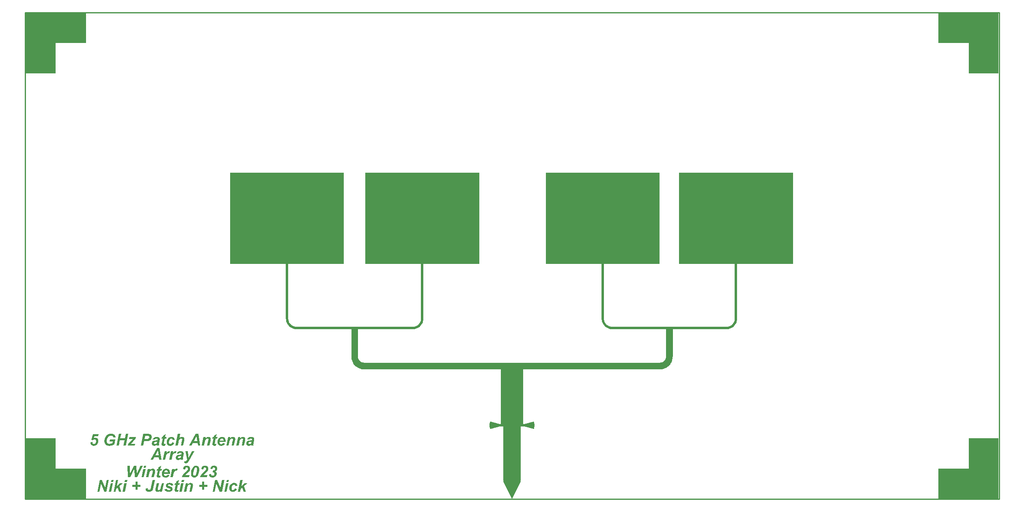
<source format=gbr>
G04*
G04 #@! TF.GenerationSoftware,Altium Limited,Altium Designer,22.3.1 (43)*
G04*
G04 Layer_Physical_Order=1*
G04 Layer_Color=255*
%FSLAX44Y44*%
%MOMM*%
G71*
G04*
G04 #@! TF.SameCoordinates,2057BE5D-ADC3-43EC-8317-92C5632E5E39*
G04*
G04*
G04 #@! TF.FilePolarity,Positive*
G04*
G01*
G75*
%ADD10C,0.2540*%
G36*
X2030625Y889000D02*
X1968500D01*
Y952500D01*
X1905000D01*
Y1014625D01*
X2030625D01*
Y889000D01*
D02*
G37*
G36*
X127000Y952500D02*
X63500D01*
Y889000D01*
X1375D01*
Y1014625D01*
X127000D01*
Y952500D01*
D02*
G37*
G36*
X947368Y491602D02*
X831250D01*
Y377602D01*
X831154Y375526D01*
X830867Y373468D01*
X830391Y371445D01*
X829731Y369474D01*
X828891Y367573D01*
X827880Y365757D01*
X826705Y364043D01*
X825378Y362444D01*
X823908Y360974D01*
X822309Y359647D01*
X820595Y358472D01*
X818779Y357461D01*
X816878Y356621D01*
X814907Y355961D01*
X812884Y355485D01*
X810826Y355198D01*
X808750Y355100D01*
X694750D01*
Y298100D01*
X694948Y295843D01*
X695534Y293654D01*
X696492Y291600D01*
X697791Y289744D01*
X699394Y288141D01*
X701250Y286842D01*
X703304Y285884D01*
X705493Y285298D01*
X707750Y285100D01*
X1324245D01*
X1326497Y285297D01*
X1328686Y285884D01*
X1330740Y286841D01*
X1332596Y288141D01*
X1334198Y289743D01*
X1335498Y291600D01*
X1336456Y293653D01*
X1337042Y295842D01*
X1337240Y298100D01*
Y355099D01*
X1225241Y355097D01*
X1223165Y355193D01*
X1221106Y355480D01*
X1219083Y355956D01*
X1217113Y356617D01*
X1215212Y357456D01*
X1213396Y358467D01*
X1211682Y359642D01*
X1210083Y360970D01*
X1208613Y362439D01*
X1207285Y364038D01*
X1206111Y365752D01*
X1205100Y367568D01*
X1204260Y369469D01*
X1203600Y371440D01*
X1203124Y373463D01*
X1202837Y375521D01*
X1202741Y377597D01*
Y491597D01*
X1086623D01*
Y681589D01*
X1323859D01*
Y491597D01*
X1207741D01*
Y377597D01*
X1207815Y375983D01*
X1208039Y374381D01*
X1208409Y372808D01*
X1208923Y371275D01*
X1209575Y369797D01*
X1210362Y368385D01*
X1211275Y367051D01*
X1212308Y365807D01*
X1213451Y364664D01*
X1214695Y363632D01*
X1216028Y362718D01*
X1217440Y361932D01*
X1218919Y361279D01*
X1220452Y360765D01*
X1222025Y360395D01*
X1223626Y360172D01*
X1225240Y360099D01*
X1463240D01*
X1464854Y360174D01*
X1466455Y360397D01*
X1468029Y360768D01*
X1469561Y361281D01*
X1471040Y361934D01*
X1472452Y362721D01*
X1473786Y363634D01*
X1475029Y364667D01*
X1476172Y365810D01*
X1477205Y367053D01*
X1478118Y368387D01*
X1478905Y369799D01*
X1479558Y371278D01*
X1480072Y372811D01*
X1480442Y374384D01*
X1480665Y375985D01*
X1480740Y377599D01*
Y491600D01*
X1364622D01*
Y681592D01*
X1601858D01*
Y491600D01*
X1485740D01*
Y377599D01*
X1485644Y375523D01*
X1485357Y373465D01*
X1484881Y371442D01*
X1484220Y369472D01*
X1483381Y367570D01*
X1482370Y365755D01*
X1481195Y364040D01*
X1479867Y362441D01*
X1478398Y360972D01*
X1476799Y359644D01*
X1475084Y358470D01*
X1473269Y357458D01*
X1471368Y356619D01*
X1469397Y355959D01*
X1467374Y355483D01*
X1465316Y355196D01*
X1463240Y355099D01*
X1351240D01*
Y298100D01*
X1351137Y295746D01*
X1350829Y293411D01*
X1350320Y291111D01*
X1349611Y288865D01*
X1348710Y286689D01*
X1347622Y284599D01*
X1346357Y282613D01*
X1344923Y280744D01*
X1343332Y279008D01*
X1341595Y277416D01*
X1339726Y275982D01*
X1337740Y274717D01*
X1335650Y273629D01*
X1333474Y272728D01*
X1331228Y272020D01*
X1328928Y271510D01*
X1326593Y271202D01*
X1324250Y271100D01*
X1039250D01*
Y157100D01*
X1041750D01*
X1060869Y162223D01*
X1061955Y161564D01*
X1062330Y159874D01*
X1062676Y157247D01*
X1062791Y154600D01*
X1062676Y151953D01*
X1062330Y149326D01*
X1061955Y147636D01*
X1060869Y146977D01*
X1041750Y152100D01*
X1034550D01*
Y38100D01*
X1033352D01*
X1034026Y37023D01*
X1016669Y1375D01*
X1015331D01*
X997974Y37023D01*
X998648Y38100D01*
X997450D01*
Y152100D01*
X990250D01*
X971131Y146977D01*
X970045Y147636D01*
X969670Y149326D01*
X969324Y151953D01*
X969209Y154600D01*
X969324Y157247D01*
X969670Y159874D01*
X970045Y161564D01*
X971131Y162223D01*
X990250Y157100D01*
X992750D01*
Y271100D01*
X707750D01*
X705397Y271203D01*
X703062Y271510D01*
X700762Y272020D01*
X698515Y272728D01*
X696339Y273630D01*
X694250Y274717D01*
X692263Y275983D01*
X690395Y277417D01*
X688658Y279008D01*
X687067Y280745D01*
X685633Y282613D01*
X684367Y284600D01*
X683280Y286689D01*
X682378Y288866D01*
X681670Y291112D01*
X681160Y293412D01*
X680853Y295747D01*
X680750Y298100D01*
Y355100D01*
X566750D01*
X564674Y355196D01*
X562616Y355483D01*
X560593Y355959D01*
X558622Y356619D01*
X556721Y357459D01*
X554905Y358470D01*
X553191Y359645D01*
X551592Y360972D01*
X550122Y362442D01*
X548795Y364041D01*
X547620Y365755D01*
X546609Y367571D01*
X545769Y369472D01*
X545109Y371443D01*
X544633Y373466D01*
X544346Y375524D01*
X544250Y377600D01*
Y491600D01*
X428132D01*
Y681592D01*
X665368D01*
Y491600D01*
X549250D01*
Y377600D01*
X549325Y375985D01*
X549548Y374384D01*
X549918Y372811D01*
X550432Y371278D01*
X551085Y369800D01*
X551871Y368387D01*
X552785Y367054D01*
X553817Y365810D01*
X554960Y364667D01*
X556204Y363635D01*
X557537Y362721D01*
X558950Y361935D01*
X560428Y361282D01*
X561961Y360768D01*
X563534Y360398D01*
X565135Y360175D01*
X566750Y360100D01*
X808750Y360102D01*
X810365Y360177D01*
X811966Y360400D01*
X813539Y360770D01*
X815072Y361284D01*
X816550Y361937D01*
X817963Y362723D01*
X819296Y363637D01*
X820540Y364669D01*
X821683Y365812D01*
X822715Y367056D01*
X823629Y368390D01*
X824415Y369802D01*
X825068Y371280D01*
X825582Y372813D01*
X825952Y374386D01*
X826175Y375987D01*
X826250Y377602D01*
Y491602D01*
X710132D01*
Y681594D01*
X947368D01*
Y491602D01*
D02*
G37*
G36*
X2030625Y1375D02*
X1905000D01*
Y63500D01*
X1968500D01*
Y127000D01*
X2030625D01*
Y1375D01*
D02*
G37*
G36*
X63500Y63500D02*
X127000D01*
Y1375D01*
X1375D01*
Y127000D01*
X63500D01*
Y63500D01*
D02*
G37*
G36*
X179963Y136860D02*
X180315Y136825D01*
X180739Y136790D01*
X181197Y136719D01*
X181691Y136649D01*
X182783Y136402D01*
X183911Y136049D01*
X184476Y135838D01*
X185005Y135591D01*
X185533Y135274D01*
X186027Y134921D01*
X186062Y134886D01*
X186133Y134815D01*
X186274Y134710D01*
X186450Y134569D01*
X186661Y134357D01*
X186873Y134110D01*
X187155Y133793D01*
X187437Y133476D01*
X187719Y133088D01*
X188001Y132665D01*
X188283Y132206D01*
X188565Y131678D01*
X188812Y131114D01*
X189059Y130514D01*
X189270Y129880D01*
X189447Y129210D01*
X184758Y128681D01*
Y128716D01*
X184722Y128787D01*
X184687Y128892D01*
X184652Y129033D01*
X184476Y129386D01*
X184264Y129844D01*
X183982Y130338D01*
X183629Y130867D01*
X183242Y131360D01*
X182748Y131783D01*
X182678Y131819D01*
X182501Y131960D01*
X182219Y132136D01*
X181796Y132312D01*
X181303Y132524D01*
X180703Y132665D01*
X180033Y132806D01*
X179293Y132841D01*
X179046D01*
X178905Y132806D01*
X178659D01*
X178412Y132771D01*
X177848Y132665D01*
X177143Y132524D01*
X176402Y132277D01*
X175627Y131960D01*
X174851Y131537D01*
X174816D01*
X174780Y131466D01*
X174675Y131396D01*
X174534Y131290D01*
X174146Y131008D01*
X173687Y130585D01*
X173194Y130021D01*
X172665Y129351D01*
X172136Y128540D01*
X171678Y127588D01*
Y127553D01*
X171643Y127482D01*
X171572Y127341D01*
X171502Y127130D01*
X171431Y126883D01*
X171325Y126601D01*
X171220Y126248D01*
X171114Y125861D01*
X171008Y125473D01*
X170902Y125014D01*
X170726Y124027D01*
X170585Y122970D01*
X170550Y121806D01*
Y121771D01*
Y121665D01*
Y121524D01*
X170585Y121313D01*
Y121031D01*
X170620Y120749D01*
X170726Y120079D01*
X170902Y119338D01*
X171114Y118563D01*
X171467Y117858D01*
X171678Y117505D01*
X171925Y117223D01*
X171995Y117152D01*
X172172Y117011D01*
X172524Y116765D01*
X172982Y116518D01*
X173547Y116236D01*
X174252Y115989D01*
X175098Y115848D01*
X176050Y115778D01*
X176332D01*
X176649Y115813D01*
X177072Y115848D01*
X177566Y115883D01*
X178130Y115989D01*
X178729Y116095D01*
X179364Y116236D01*
X179399D01*
X179434Y116271D01*
X179646Y116306D01*
X179963Y116412D01*
X180351Y116553D01*
X180809Y116694D01*
X181303Y116906D01*
X181796Y117117D01*
X182290Y117329D01*
X183065Y120995D01*
X176825D01*
X177671Y125085D01*
X188565D01*
X186379Y114544D01*
X186344D01*
X186309Y114473D01*
X186168Y114438D01*
X186027Y114332D01*
X185851Y114226D01*
X185604Y114121D01*
X185357Y113980D01*
X185075Y113803D01*
X184370Y113486D01*
X183559Y113133D01*
X182642Y112781D01*
X181620Y112428D01*
X181585D01*
X181479Y112393D01*
X181338Y112358D01*
X181126Y112287D01*
X180880Y112217D01*
X180598Y112146D01*
X180245Y112076D01*
X179857Y112005D01*
X179011Y111864D01*
X178024Y111723D01*
X177001Y111617D01*
X175909Y111582D01*
X175486D01*
X175168Y111617D01*
X174780Y111653D01*
X174357Y111688D01*
X173864Y111758D01*
X173335Y111829D01*
X172242Y112076D01*
X171643Y112252D01*
X171079Y112464D01*
X170515Y112675D01*
X169951Y112957D01*
X169457Y113274D01*
X168963Y113627D01*
X168928Y113662D01*
X168822Y113768D01*
X168646Y113909D01*
X168470Y114156D01*
X168188Y114438D01*
X167941Y114790D01*
X167624Y115213D01*
X167342Y115672D01*
X167024Y116236D01*
X166707Y116835D01*
X166460Y117505D01*
X166213Y118210D01*
X166002Y119021D01*
X165826Y119867D01*
X165720Y120784D01*
X165685Y121736D01*
Y121771D01*
Y121912D01*
Y122088D01*
X165720Y122335D01*
Y122688D01*
X165755Y123040D01*
X165790Y123463D01*
X165861Y123957D01*
X165931Y124450D01*
X166037Y124979D01*
X166284Y126143D01*
X166637Y127376D01*
X167095Y128610D01*
X167130Y128646D01*
X167165Y128787D01*
X167271Y128998D01*
X167412Y129245D01*
X167588Y129598D01*
X167800Y129950D01*
X168047Y130373D01*
X168329Y130831D01*
X168646Y131325D01*
X168999Y131819D01*
X169386Y132312D01*
X169845Y132841D01*
X170797Y133828D01*
X171325Y134286D01*
X171889Y134710D01*
X171925Y134745D01*
X172031Y134815D01*
X172207Y134921D01*
X172454Y135062D01*
X172736Y135203D01*
X173123Y135415D01*
X173511Y135591D01*
X174005Y135802D01*
X174498Y136014D01*
X175063Y136190D01*
X175662Y136402D01*
X176332Y136543D01*
X177001Y136684D01*
X177742Y136790D01*
X178482Y136860D01*
X179258Y136895D01*
X179681D01*
X179963Y136860D01*
D02*
G37*
G36*
X455165Y130091D02*
X455588Y130056D01*
X456082Y129985D01*
X456646Y129809D01*
X457210Y129598D01*
X457774Y129280D01*
X458303Y128857D01*
X458373Y128787D01*
X458514Y128646D01*
X458691Y128364D01*
X458937Y127976D01*
X459184Y127482D01*
X459360Y126918D01*
X459501Y126284D01*
X459572Y125543D01*
Y125508D01*
Y125367D01*
X459537Y125120D01*
X459466Y124732D01*
X459396Y124274D01*
X459290Y123639D01*
X459219Y123287D01*
X459149Y122899D01*
X459043Y122476D01*
X458937Y122018D01*
X456787Y112040D01*
X452063D01*
X454213Y122053D01*
Y122088D01*
X454248Y122159D01*
Y122264D01*
X454284Y122406D01*
X454354Y122793D01*
X454460Y123216D01*
X454530Y123675D01*
X454601Y124133D01*
X454672Y124486D01*
X454707Y124627D01*
Y124732D01*
Y124768D01*
Y124873D01*
X454672Y125050D01*
X454636Y125261D01*
X454566Y125473D01*
X454460Y125719D01*
X454319Y125966D01*
X454143Y126178D01*
X454107Y126213D01*
X454037Y126248D01*
X453931Y126354D01*
X453755Y126460D01*
X453543Y126530D01*
X453297Y126636D01*
X452979Y126671D01*
X452627Y126707D01*
X452450D01*
X452239Y126671D01*
X451922Y126601D01*
X451569Y126495D01*
X451181Y126319D01*
X450758Y126107D01*
X450265Y125825D01*
X450194Y125790D01*
X450053Y125649D01*
X449806Y125473D01*
X449524Y125191D01*
X449207Y124873D01*
X448854Y124486D01*
X448537Y124027D01*
X448220Y123498D01*
X448185Y123463D01*
X448114Y123287D01*
X448008Y123005D01*
X447938Y122793D01*
X447867Y122582D01*
X447797Y122300D01*
X447691Y122018D01*
X447585Y121665D01*
X447479Y121277D01*
X447374Y120854D01*
X447233Y120361D01*
X447127Y119832D01*
X446986Y119268D01*
X445470Y112040D01*
X440746D01*
X444448Y129739D01*
X448960D01*
X448502Y127412D01*
X448537D01*
X448572Y127482D01*
X448784Y127659D01*
X449136Y127905D01*
X449560Y128223D01*
X450053Y128540D01*
X450582Y128892D01*
X451146Y129210D01*
X451710Y129492D01*
X451781Y129527D01*
X451957Y129598D01*
X452274Y129703D01*
X452662Y129809D01*
X453120Y129915D01*
X453649Y130021D01*
X454213Y130091D01*
X454813Y130126D01*
X455024D01*
X455165Y130091D01*
D02*
G37*
G36*
X434329D02*
X434752Y130056D01*
X435246Y129985D01*
X435810Y129809D01*
X436374Y129598D01*
X436938Y129280D01*
X437467Y128857D01*
X437537Y128787D01*
X437678Y128646D01*
X437855Y128364D01*
X438102Y127976D01*
X438348Y127482D01*
X438525Y126918D01*
X438666Y126284D01*
X438736Y125543D01*
Y125508D01*
Y125367D01*
X438701Y125120D01*
X438630Y124732D01*
X438560Y124274D01*
X438454Y123639D01*
X438384Y123287D01*
X438313Y122899D01*
X438207Y122476D01*
X438102Y122018D01*
X435951Y112040D01*
X431227D01*
X433377Y122053D01*
Y122088D01*
X433413Y122159D01*
Y122264D01*
X433448Y122406D01*
X433518Y122793D01*
X433624Y123216D01*
X433695Y123675D01*
X433765Y124133D01*
X433836Y124486D01*
X433871Y124627D01*
Y124732D01*
Y124768D01*
Y124873D01*
X433836Y125050D01*
X433800Y125261D01*
X433730Y125473D01*
X433624Y125719D01*
X433483Y125966D01*
X433307Y126178D01*
X433272Y126213D01*
X433201Y126248D01*
X433095Y126354D01*
X432919Y126460D01*
X432707Y126530D01*
X432461Y126636D01*
X432143Y126671D01*
X431791Y126707D01*
X431615D01*
X431403Y126671D01*
X431086Y126601D01*
X430733Y126495D01*
X430345Y126319D01*
X429922Y126107D01*
X429429Y125825D01*
X429358Y125790D01*
X429217Y125649D01*
X428970Y125473D01*
X428688Y125191D01*
X428371Y124873D01*
X428018Y124486D01*
X427701Y124027D01*
X427384Y123498D01*
X427349Y123463D01*
X427278Y123287D01*
X427172Y123005D01*
X427102Y122793D01*
X427031Y122582D01*
X426961Y122300D01*
X426855Y122018D01*
X426749Y121665D01*
X426644Y121277D01*
X426538Y120854D01*
X426397Y120361D01*
X426291Y119832D01*
X426150Y119268D01*
X424634Y112040D01*
X419910D01*
X423612Y129739D01*
X428124D01*
X427666Y127412D01*
X427701D01*
X427737Y127482D01*
X427948Y127659D01*
X428301Y127905D01*
X428724Y128223D01*
X429217Y128540D01*
X429746Y128892D01*
X430310Y129210D01*
X430874Y129492D01*
X430945Y129527D01*
X431121Y129598D01*
X431438Y129703D01*
X431826Y129809D01*
X432284Y129915D01*
X432813Y130021D01*
X433377Y130091D01*
X433977Y130126D01*
X434188D01*
X434329Y130091D01*
D02*
G37*
G36*
X383174D02*
X383597Y130056D01*
X384091Y129985D01*
X384655Y129809D01*
X385219Y129598D01*
X385783Y129280D01*
X386312Y128857D01*
X386382Y128787D01*
X386523Y128646D01*
X386699Y128364D01*
X386946Y127976D01*
X387193Y127482D01*
X387369Y126918D01*
X387510Y126284D01*
X387581Y125543D01*
Y125508D01*
Y125367D01*
X387546Y125120D01*
X387475Y124732D01*
X387405Y124274D01*
X387299Y123639D01*
X387228Y123287D01*
X387158Y122899D01*
X387052Y122476D01*
X386946Y122018D01*
X384796Y112040D01*
X380071D01*
X382222Y122053D01*
Y122088D01*
X382257Y122159D01*
Y122264D01*
X382293Y122406D01*
X382363Y122793D01*
X382469Y123216D01*
X382539Y123675D01*
X382610Y124133D01*
X382680Y124486D01*
X382716Y124627D01*
Y124732D01*
Y124768D01*
Y124873D01*
X382680Y125050D01*
X382645Y125261D01*
X382575Y125473D01*
X382469Y125719D01*
X382328Y125966D01*
X382151Y126178D01*
X382116Y126213D01*
X382046Y126248D01*
X381940Y126354D01*
X381764Y126460D01*
X381552Y126530D01*
X381305Y126636D01*
X380988Y126671D01*
X380636Y126707D01*
X380459D01*
X380248Y126671D01*
X379930Y126601D01*
X379578Y126495D01*
X379190Y126319D01*
X378767Y126107D01*
X378274Y125825D01*
X378203Y125790D01*
X378062Y125649D01*
X377815Y125473D01*
X377533Y125191D01*
X377216Y124873D01*
X376863Y124486D01*
X376546Y124027D01*
X376229Y123498D01*
X376193Y123463D01*
X376123Y123287D01*
X376017Y123005D01*
X375947Y122793D01*
X375876Y122582D01*
X375806Y122300D01*
X375700Y122018D01*
X375594Y121665D01*
X375488Y121277D01*
X375382Y120854D01*
X375242Y120361D01*
X375136Y119832D01*
X374995Y119268D01*
X373479Y112040D01*
X368755D01*
X372456Y129739D01*
X376969D01*
X376511Y127412D01*
X376546D01*
X376581Y127482D01*
X376793Y127659D01*
X377145Y127905D01*
X377568Y128223D01*
X378062Y128540D01*
X378591Y128892D01*
X379155Y129210D01*
X379719Y129492D01*
X379789Y129527D01*
X379966Y129598D01*
X380283Y129703D01*
X380671Y129809D01*
X381129Y129915D01*
X381658Y130021D01*
X382222Y130091D01*
X382821Y130126D01*
X383033D01*
X383174Y130091D01*
D02*
G37*
G36*
X210106Y112040D02*
X205135D01*
X207391Y122934D01*
X197908D01*
X195616Y112040D01*
X190645D01*
X195757Y136437D01*
X200763D01*
X198789Y127024D01*
X208273D01*
X210247Y136437D01*
X215253D01*
X210106Y112040D01*
D02*
G37*
G36*
X306071Y130091D02*
X306318D01*
X306635Y130056D01*
X307340Y129915D01*
X308151Y129739D01*
X308962Y129421D01*
X309808Y129033D01*
X310196Y128751D01*
X310548Y128469D01*
X310583Y128434D01*
X310619Y128399D01*
X310725Y128293D01*
X310830Y128187D01*
X311148Y127800D01*
X311500Y127306D01*
X311888Y126671D01*
X312241Y125931D01*
X312487Y125085D01*
X312593Y124627D01*
X312663Y124133D01*
X308116Y123675D01*
Y123745D01*
X308080Y123921D01*
X308010Y124168D01*
X307939Y124521D01*
X307798Y124873D01*
X307657Y125226D01*
X307446Y125578D01*
X307199Y125861D01*
X307164Y125896D01*
X307058Y125966D01*
X306917Y126107D01*
X306670Y126248D01*
X306388Y126354D01*
X306071Y126495D01*
X305683Y126566D01*
X305260Y126601D01*
X305013D01*
X304766Y126530D01*
X304414Y126460D01*
X304026Y126354D01*
X303603Y126143D01*
X303145Y125896D01*
X302686Y125543D01*
X302651Y125508D01*
X302475Y125367D01*
X302263Y125120D01*
X302017Y124768D01*
X301699Y124345D01*
X301417Y123816D01*
X301100Y123181D01*
X300853Y122441D01*
Y122406D01*
X300818Y122335D01*
X300783Y122229D01*
X300747Y122088D01*
X300641Y121700D01*
X300536Y121207D01*
X300430Y120608D01*
X300324Y119938D01*
X300254Y119268D01*
X300218Y118563D01*
Y118492D01*
Y118316D01*
X300254Y118034D01*
X300324Y117681D01*
X300395Y117294D01*
X300536Y116906D01*
X300712Y116518D01*
X300959Y116165D01*
X300994Y116130D01*
X301100Y116024D01*
X301276Y115883D01*
X301488Y115742D01*
X301770Y115601D01*
X302122Y115460D01*
X302475Y115354D01*
X302898Y115319D01*
X303109D01*
X303321Y115354D01*
X303603Y115425D01*
X303920Y115531D01*
X304308Y115672D01*
X304696Y115848D01*
X305084Y116130D01*
X305119Y116165D01*
X305260Y116306D01*
X305471Y116483D01*
X305718Y116765D01*
X305965Y117117D01*
X306247Y117540D01*
X306529Y118034D01*
X306776Y118633D01*
X311430Y117858D01*
Y117822D01*
X311359Y117717D01*
X311324Y117576D01*
X311218Y117364D01*
X311077Y117082D01*
X310936Y116800D01*
X310583Y116130D01*
X310090Y115354D01*
X309491Y114579D01*
X308821Y113839D01*
X308010Y113169D01*
X307975D01*
X307904Y113098D01*
X307798Y113028D01*
X307622Y112922D01*
X307411Y112816D01*
X307129Y112675D01*
X306846Y112534D01*
X306529Y112393D01*
X305753Y112076D01*
X304872Y111829D01*
X303885Y111653D01*
X303356Y111617D01*
X302792Y111582D01*
X302475D01*
X302228Y111617D01*
X301946Y111653D01*
X301629Y111688D01*
X301241Y111758D01*
X300853Y111829D01*
X300007Y112076D01*
X299549Y112252D01*
X299090Y112428D01*
X298667Y112675D01*
X298244Y112922D01*
X297821Y113239D01*
X297433Y113592D01*
X297398Y113627D01*
X297363Y113697D01*
X297257Y113803D01*
X297116Y113980D01*
X296975Y114156D01*
X296799Y114403D01*
X296622Y114720D01*
X296446Y115037D01*
X296270Y115425D01*
X296094Y115813D01*
X295917Y116271D01*
X295776Y116765D01*
X295635Y117294D01*
X295529Y117893D01*
X295494Y118492D01*
X295459Y119127D01*
Y119162D01*
Y119268D01*
Y119409D01*
X295494Y119620D01*
Y119867D01*
X295529Y120184D01*
X295565Y120502D01*
X295600Y120890D01*
X295741Y121736D01*
X295953Y122652D01*
X296270Y123604D01*
X296658Y124591D01*
Y124627D01*
X296728Y124697D01*
X296799Y124838D01*
X296869Y125014D01*
X297010Y125226D01*
X297151Y125473D01*
X297574Y126072D01*
X298068Y126707D01*
X298667Y127376D01*
X299408Y128046D01*
X300254Y128646D01*
X300289Y128681D01*
X300359Y128716D01*
X300501Y128787D01*
X300677Y128892D01*
X300924Y128998D01*
X301170Y129104D01*
X301488Y129245D01*
X301840Y129386D01*
X302616Y129668D01*
X303497Y129880D01*
X304484Y130056D01*
X305542Y130126D01*
X305859D01*
X306071Y130091D01*
D02*
G37*
G36*
X153028Y131748D02*
X144884D01*
X143791Y127976D01*
X143826D01*
X143897Y128046D01*
X144038Y128082D01*
X144214Y128152D01*
X144672Y128293D01*
X145166Y128434D01*
X145201D01*
X145272Y128469D01*
X145413Y128505D01*
X145624Y128540D01*
X146047Y128575D01*
X146576Y128610D01*
X146858D01*
X147035Y128575D01*
X147281Y128540D01*
X147563Y128505D01*
X148198Y128364D01*
X148903Y128152D01*
X149679Y127800D01*
X150067Y127588D01*
X150454Y127341D01*
X150807Y127059D01*
X151159Y126707D01*
X151195Y126671D01*
X151230Y126636D01*
X151336Y126530D01*
X151441Y126354D01*
X151582Y126178D01*
X151723Y125966D01*
X151900Y125684D01*
X152076Y125367D01*
X152252Y125050D01*
X152429Y124662D01*
X152570Y124239D01*
X152711Y123780D01*
X152922Y122793D01*
X152957Y122229D01*
X152993Y121665D01*
Y121630D01*
Y121559D01*
Y121418D01*
X152957Y121242D01*
Y120995D01*
X152922Y120749D01*
X152887Y120431D01*
X152852Y120079D01*
X152675Y119338D01*
X152464Y118492D01*
X152147Y117576D01*
X151723Y116659D01*
Y116624D01*
X151653Y116553D01*
X151582Y116412D01*
X151477Y116271D01*
X151371Y116060D01*
X151195Y115813D01*
X150807Y115249D01*
X150313Y114649D01*
X149714Y114015D01*
X149009Y113415D01*
X148198Y112887D01*
X148163D01*
X148092Y112816D01*
X147986Y112781D01*
X147810Y112675D01*
X147599Y112569D01*
X147352Y112464D01*
X146788Y112252D01*
X146083Y112005D01*
X145307Y111794D01*
X144461Y111653D01*
X143544Y111582D01*
X143227D01*
X143015Y111617D01*
X142769Y111653D01*
X142451Y111688D01*
X142099Y111758D01*
X141711Y111829D01*
X140900Y112076D01*
X140054Y112428D01*
X139631Y112640D01*
X139208Y112922D01*
X138785Y113204D01*
X138397Y113556D01*
X138362Y113592D01*
X138327Y113662D01*
X138221Y113768D01*
X138080Y113909D01*
X137939Y114121D01*
X137762Y114367D01*
X137586Y114649D01*
X137410Y115002D01*
X137198Y115354D01*
X137022Y115742D01*
X136846Y116201D01*
X136705Y116694D01*
X136564Y117188D01*
X136458Y117752D01*
X136423Y118316D01*
X136388Y118951D01*
X141041Y119374D01*
Y119303D01*
Y119162D01*
X141006Y118986D01*
Y118845D01*
Y118809D01*
Y118774D01*
Y118563D01*
X141041Y118281D01*
X141112Y117893D01*
X141182Y117470D01*
X141323Y117047D01*
X141500Y116659D01*
X141746Y116306D01*
X141782Y116271D01*
X141887Y116165D01*
X142064Y116060D01*
X142275Y115919D01*
X142557Y115742D01*
X142910Y115637D01*
X143298Y115531D01*
X143721Y115496D01*
X143791D01*
X144003Y115531D01*
X144355Y115566D01*
X144743Y115707D01*
X145237Y115883D01*
X145765Y116165D01*
X146294Y116588D01*
X146576Y116835D01*
X146823Y117117D01*
Y117152D01*
X146894Y117188D01*
X146964Y117294D01*
X147035Y117435D01*
X147140Y117576D01*
X147281Y117787D01*
X147528Y118281D01*
X147775Y118915D01*
X148022Y119691D01*
X148163Y120608D01*
X148233Y121630D01*
Y121665D01*
Y121700D01*
Y121912D01*
X148198Y122229D01*
X148127Y122582D01*
X148022Y123005D01*
X147881Y123428D01*
X147704Y123851D01*
X147422Y124204D01*
X147387Y124239D01*
X147281Y124345D01*
X147105Y124486D01*
X146858Y124662D01*
X146576Y124803D01*
X146224Y124944D01*
X145801Y125050D01*
X145342Y125085D01*
X145166D01*
X144990Y125050D01*
X144743Y125014D01*
X144461Y124979D01*
X144179Y124909D01*
X143826Y124768D01*
X143509Y124627D01*
X143474Y124591D01*
X143368Y124556D01*
X143192Y124450D01*
X142980Y124309D01*
X142733Y124133D01*
X142451Y123886D01*
X142169Y123639D01*
X141852Y123322D01*
X137939Y123604D01*
X141641Y136120D01*
X153945D01*
X153028Y131748D01*
D02*
G37*
G36*
X472158Y130091D02*
X472440D01*
X472757Y130056D01*
X473498Y129950D01*
X474344Y129809D01*
X475155Y129562D01*
X475966Y129210D01*
X476318Y128998D01*
X476636Y128751D01*
X476671D01*
X476706Y128681D01*
X476882Y128505D01*
X477164Y128223D01*
X477482Y127800D01*
X477764Y127306D01*
X478046Y126742D01*
X478222Y126107D01*
X478293Y125755D01*
Y125367D01*
Y125332D01*
Y125226D01*
Y125085D01*
X478257Y124873D01*
Y124627D01*
X478222Y124345D01*
X478116Y123675D01*
Y123639D01*
X478081Y123463D01*
X478046Y123357D01*
Y123181D01*
X477975Y123005D01*
X477940Y122758D01*
X477869Y122476D01*
X477799Y122123D01*
X477728Y121736D01*
X477658Y121313D01*
X477552Y120819D01*
X477411Y120255D01*
X477270Y119620D01*
X477129Y118951D01*
Y118915D01*
X477094Y118809D01*
X477058Y118668D01*
X477023Y118457D01*
X476988Y118175D01*
X476917Y117893D01*
X476812Y117223D01*
X476671Y116483D01*
X476565Y115778D01*
X476494Y115108D01*
X476459Y114790D01*
Y114544D01*
Y114508D01*
Y114332D01*
X476494Y114121D01*
Y113803D01*
X476565Y113451D01*
X476636Y113028D01*
X476706Y112534D01*
X476847Y112040D01*
X472229D01*
Y112076D01*
X472193Y112217D01*
X472123Y112393D01*
X472052Y112640D01*
X472017Y112957D01*
X471946Y113274D01*
X471876Y114015D01*
X471841Y113980D01*
X471700Y113839D01*
X471453Y113627D01*
X471171Y113345D01*
X470818Y113063D01*
X470395Y112781D01*
X469937Y112464D01*
X469443Y112217D01*
X469373Y112182D01*
X469197Y112111D01*
X468950Y112005D01*
X468597Y111899D01*
X468174Y111794D01*
X467716Y111688D01*
X467222Y111617D01*
X466693Y111582D01*
X466482D01*
X466341Y111617D01*
X465918Y111653D01*
X465424Y111758D01*
X464860Y111935D01*
X464226Y112182D01*
X463626Y112534D01*
X463062Y112992D01*
X462992Y113063D01*
X462851Y113239D01*
X462604Y113556D01*
X462357Y114015D01*
X462110Y114544D01*
X461864Y115178D01*
X461722Y115919D01*
X461652Y116729D01*
Y116765D01*
Y116835D01*
Y116976D01*
X461687Y117152D01*
Y117364D01*
X461722Y117611D01*
X461864Y118175D01*
X462040Y118845D01*
X462322Y119515D01*
X462710Y120184D01*
X462921Y120502D01*
X463203Y120784D01*
X463238Y120819D01*
X463274Y120854D01*
X463380Y120925D01*
X463521Y121031D01*
X463697Y121136D01*
X463908Y121277D01*
X464190Y121418D01*
X464508Y121595D01*
X464860Y121736D01*
X465283Y121912D01*
X465742Y122053D01*
X466270Y122194D01*
X466834Y122335D01*
X467434Y122441D01*
X468104Y122547D01*
X468844Y122617D01*
X468985D01*
X469161Y122652D01*
X469408D01*
X469655Y122688D01*
X469972Y122723D01*
X470677Y122829D01*
X471453Y122899D01*
X472193Y123040D01*
X472546Y123111D01*
X472863Y123181D01*
X473145Y123252D01*
X473392Y123322D01*
Y123357D01*
X473427Y123498D01*
X473498Y123675D01*
X473568Y123886D01*
X473674Y124415D01*
X473709Y124662D01*
Y124909D01*
Y124944D01*
Y125050D01*
X473674Y125155D01*
X473639Y125332D01*
X473568Y125543D01*
X473427Y125755D01*
X473286Y125966D01*
X473075Y126178D01*
X473039Y126213D01*
X472969Y126248D01*
X472828Y126354D01*
X472616Y126460D01*
X472334Y126530D01*
X472052Y126636D01*
X471665Y126671D01*
X471241Y126707D01*
X471030D01*
X470783Y126671D01*
X470501Y126636D01*
X470184Y126566D01*
X469831Y126495D01*
X469514Y126354D01*
X469197Y126178D01*
X469161Y126143D01*
X469091Y126072D01*
X468950Y125966D01*
X468809Y125790D01*
X468633Y125578D01*
X468456Y125332D01*
X468315Y125050D01*
X468209Y124732D01*
X463556Y125120D01*
Y125155D01*
X463591Y125226D01*
X463626Y125332D01*
X463697Y125508D01*
X463908Y125931D01*
X464190Y126460D01*
X464578Y127024D01*
X465037Y127659D01*
X465636Y128258D01*
X466306Y128787D01*
X466341D01*
X466412Y128857D01*
X466517Y128928D01*
X466658Y128998D01*
X466870Y129104D01*
X467117Y129210D01*
X467399Y129316D01*
X467716Y129457D01*
X468069Y129598D01*
X468492Y129703D01*
X468915Y129809D01*
X469373Y129915D01*
X470431Y130056D01*
X471594Y130126D01*
X471911D01*
X472158Y130091D01*
D02*
G37*
G36*
X365652Y112040D02*
X360893D01*
X360082Y117435D01*
X350422D01*
X347496Y112040D01*
X342348D01*
X356063Y136437D01*
X361739D01*
X365652Y112040D01*
D02*
G37*
G36*
X321865Y127729D02*
X321900D01*
X321936Y127800D01*
X322147Y127941D01*
X322464Y128152D01*
X322852Y128434D01*
X323311Y128751D01*
X323839Y129033D01*
X324368Y129316D01*
X324897Y129562D01*
X324968Y129598D01*
X325144Y129668D01*
X325426Y129739D01*
X325814Y129844D01*
X326272Y129950D01*
X326766Y130056D01*
X327330Y130091D01*
X327929Y130126D01*
X328141D01*
X328282Y130091D01*
X328669Y130056D01*
X329163Y129985D01*
X329727Y129809D01*
X330291Y129598D01*
X330855Y129280D01*
X331349Y128857D01*
X331419Y128787D01*
X331560Y128646D01*
X331737Y128364D01*
X331983Y128011D01*
X332230Y127517D01*
X332406Y126989D01*
X332547Y126354D01*
X332618Y125649D01*
Y125614D01*
Y125437D01*
X332583Y125191D01*
X332547Y124838D01*
X332477Y124380D01*
X332371Y123816D01*
X332265Y123111D01*
X332089Y122335D01*
X329868Y112040D01*
X325144D01*
X327400Y122547D01*
Y122582D01*
Y122617D01*
X327471Y122829D01*
X327506Y123111D01*
X327576Y123463D01*
X327647Y123816D01*
X327718Y124168D01*
X327753Y124486D01*
X327788Y124732D01*
Y124768D01*
Y124873D01*
X327753Y125050D01*
X327718Y125226D01*
X327647Y125473D01*
X327541Y125684D01*
X327400Y125931D01*
X327224Y126143D01*
X327189Y126178D01*
X327118Y126248D01*
X327012Y126319D01*
X326836Y126425D01*
X326625Y126530D01*
X326343Y126636D01*
X326060Y126671D01*
X325708Y126707D01*
X325496D01*
X325250Y126671D01*
X324968Y126601D01*
X324580Y126495D01*
X324192Y126354D01*
X323769Y126143D01*
X323346Y125861D01*
X323275Y125825D01*
X323099Y125649D01*
X322852Y125437D01*
X322535Y125120D01*
X322182Y124732D01*
X321795Y124274D01*
X321442Y123745D01*
X321125Y123181D01*
X321090Y123146D01*
X321054Y123005D01*
X320948Y122723D01*
X320913Y122547D01*
X320843Y122335D01*
X320772Y122088D01*
X320667Y121771D01*
X320596Y121454D01*
X320490Y121066D01*
X320384Y120608D01*
X320279Y120149D01*
X320173Y119620D01*
X320032Y119021D01*
X318551Y112040D01*
X313827D01*
X318939Y136437D01*
X323663D01*
X321865Y127729D01*
D02*
G37*
G36*
X275117Y130091D02*
X275399D01*
X275716Y130056D01*
X276456Y129950D01*
X277303Y129809D01*
X278113Y129562D01*
X278924Y129210D01*
X279277Y128998D01*
X279594Y128751D01*
X279629D01*
X279665Y128681D01*
X279841Y128505D01*
X280123Y128223D01*
X280440Y127800D01*
X280722Y127306D01*
X281004Y126742D01*
X281181Y126107D01*
X281251Y125755D01*
Y125367D01*
Y125332D01*
Y125226D01*
Y125085D01*
X281216Y124873D01*
Y124627D01*
X281181Y124345D01*
X281075Y123675D01*
Y123639D01*
X281040Y123463D01*
X281004Y123357D01*
Y123181D01*
X280934Y123005D01*
X280899Y122758D01*
X280828Y122476D01*
X280758Y122123D01*
X280687Y121736D01*
X280617Y121313D01*
X280511Y120819D01*
X280370Y120255D01*
X280229Y119620D01*
X280088Y118951D01*
Y118915D01*
X280053Y118809D01*
X280017Y118668D01*
X279982Y118457D01*
X279947Y118175D01*
X279876Y117893D01*
X279770Y117223D01*
X279629Y116483D01*
X279524Y115778D01*
X279453Y115108D01*
X279418Y114790D01*
Y114544D01*
Y114508D01*
Y114332D01*
X279453Y114121D01*
Y113803D01*
X279524Y113451D01*
X279594Y113028D01*
X279665Y112534D01*
X279806Y112040D01*
X275187D01*
Y112076D01*
X275152Y112217D01*
X275082Y112393D01*
X275011Y112640D01*
X274976Y112957D01*
X274905Y113274D01*
X274835Y114015D01*
X274799Y113980D01*
X274658Y113839D01*
X274412Y113627D01*
X274130Y113345D01*
X273777Y113063D01*
X273354Y112781D01*
X272896Y112464D01*
X272402Y112217D01*
X272332Y112182D01*
X272155Y112111D01*
X271908Y112005D01*
X271556Y111899D01*
X271133Y111794D01*
X270675Y111688D01*
X270181Y111617D01*
X269652Y111582D01*
X269441D01*
X269300Y111617D01*
X268877Y111653D01*
X268383Y111758D01*
X267819Y111935D01*
X267184Y112182D01*
X266585Y112534D01*
X266021Y112992D01*
X265950Y113063D01*
X265809Y113239D01*
X265563Y113556D01*
X265316Y114015D01*
X265069Y114544D01*
X264822Y115178D01*
X264681Y115919D01*
X264611Y116729D01*
Y116765D01*
Y116835D01*
Y116976D01*
X264646Y117152D01*
Y117364D01*
X264681Y117611D01*
X264822Y118175D01*
X264998Y118845D01*
X265280Y119515D01*
X265668Y120184D01*
X265880Y120502D01*
X266162Y120784D01*
X266197Y120819D01*
X266232Y120854D01*
X266338Y120925D01*
X266479Y121031D01*
X266656Y121136D01*
X266867Y121277D01*
X267149Y121418D01*
X267466Y121595D01*
X267819Y121736D01*
X268242Y121912D01*
X268700Y122053D01*
X269229Y122194D01*
X269793Y122335D01*
X270393Y122441D01*
X271062Y122547D01*
X271803Y122617D01*
X271944D01*
X272120Y122652D01*
X272367D01*
X272614Y122688D01*
X272931Y122723D01*
X273636Y122829D01*
X274412Y122899D01*
X275152Y123040D01*
X275505Y123111D01*
X275822Y123181D01*
X276104Y123252D01*
X276351Y123322D01*
Y123357D01*
X276386Y123498D01*
X276456Y123675D01*
X276527Y123886D01*
X276633Y124415D01*
X276668Y124662D01*
Y124909D01*
Y124944D01*
Y125050D01*
X276633Y125155D01*
X276597Y125332D01*
X276527Y125543D01*
X276386Y125755D01*
X276245Y125966D01*
X276033Y126178D01*
X275998Y126213D01*
X275928Y126248D01*
X275787Y126354D01*
X275575Y126460D01*
X275293Y126530D01*
X275011Y126636D01*
X274623Y126671D01*
X274200Y126707D01*
X273989D01*
X273742Y126671D01*
X273460Y126636D01*
X273143Y126566D01*
X272790Y126495D01*
X272473Y126354D01*
X272155Y126178D01*
X272120Y126143D01*
X272050Y126072D01*
X271908Y125966D01*
X271768Y125790D01*
X271591Y125578D01*
X271415Y125332D01*
X271274Y125050D01*
X271168Y124732D01*
X266514Y125120D01*
Y125155D01*
X266550Y125226D01*
X266585Y125332D01*
X266656Y125508D01*
X266867Y125931D01*
X267149Y126460D01*
X267537Y127024D01*
X267995Y127659D01*
X268594Y128258D01*
X269264Y128787D01*
X269300D01*
X269370Y128857D01*
X269476Y128928D01*
X269617Y128998D01*
X269828Y129104D01*
X270075Y129210D01*
X270357Y129316D01*
X270675Y129457D01*
X271027Y129598D01*
X271450Y129703D01*
X271873Y129809D01*
X272332Y129915D01*
X273389Y130056D01*
X274553Y130126D01*
X274870D01*
X275117Y130091D01*
D02*
G37*
G36*
X257419Y136402D02*
X257665D01*
X258265Y136367D01*
X258935Y136296D01*
X259604Y136155D01*
X260310Y136014D01*
X260909Y135802D01*
X260944D01*
X260979Y135767D01*
X261156Y135697D01*
X261438Y135520D01*
X261790Y135309D01*
X262178Y135027D01*
X262601Y134674D01*
X263024Y134216D01*
X263377Y133722D01*
X263412Y133652D01*
X263518Y133476D01*
X263659Y133158D01*
X263835Y132771D01*
X264011Y132242D01*
X264152Y131678D01*
X264258Y131008D01*
X264293Y130303D01*
Y130267D01*
Y130232D01*
Y130126D01*
Y129985D01*
X264258Y129633D01*
X264188Y129139D01*
X264117Y128610D01*
X263976Y127976D01*
X263800Y127341D01*
X263553Y126671D01*
Y126636D01*
X263518Y126601D01*
X263412Y126389D01*
X263271Y126072D01*
X263060Y125684D01*
X262813Y125226D01*
X262531Y124768D01*
X262178Y124309D01*
X261790Y123886D01*
X261755Y123851D01*
X261614Y123710D01*
X261402Y123534D01*
X261120Y123322D01*
X260803Y123040D01*
X260415Y122793D01*
X260028Y122547D01*
X259569Y122300D01*
X259499Y122264D01*
X259358Y122229D01*
X259076Y122123D01*
X258723Y122018D01*
X258265Y121877D01*
X257701Y121736D01*
X257066Y121595D01*
X256326Y121489D01*
X256255D01*
X256079Y121454D01*
X255762D01*
X255550Y121418D01*
X255021D01*
X254704Y121383D01*
X253964D01*
X253505Y121348D01*
X248675D01*
X246701Y112040D01*
X241730D01*
X246842Y136437D01*
X257172D01*
X257419Y136402D01*
D02*
G37*
G36*
X230907Y126883D02*
X221070Y115919D01*
X229673D01*
X228862Y112040D01*
X214372D01*
X215042Y115284D01*
X224737Y126002D01*
X216840D01*
X217616Y129739D01*
X231506D01*
X230907Y126883D01*
D02*
G37*
G36*
X411836Y130091D02*
X412118Y130056D01*
X412436Y130021D01*
X412788Y129950D01*
X413176Y129880D01*
X414022Y129633D01*
X414445Y129492D01*
X414868Y129280D01*
X415291Y129033D01*
X415714Y128787D01*
X416102Y128469D01*
X416490Y128117D01*
X416525Y128082D01*
X416561Y128011D01*
X416666Y127905D01*
X416807Y127764D01*
X416948Y127553D01*
X417089Y127306D01*
X417266Y126989D01*
X417477Y126671D01*
X417654Y126284D01*
X417830Y125861D01*
X417971Y125402D01*
X418112Y124873D01*
X418253Y124345D01*
X418359Y123745D01*
X418394Y123146D01*
X418429Y122476D01*
Y122441D01*
Y122406D01*
Y122194D01*
Y121841D01*
X418394Y121454D01*
X418359Y120960D01*
X418288Y120431D01*
X418077Y119374D01*
X406090D01*
Y119338D01*
Y119197D01*
X406055Y119056D01*
Y118915D01*
Y118880D01*
Y118845D01*
Y118633D01*
X406125Y118316D01*
X406196Y117893D01*
X406301Y117435D01*
X406478Y116976D01*
X406724Y116483D01*
X407042Y116060D01*
X407077Y116024D01*
X407218Y115883D01*
X407430Y115742D01*
X407747Y115531D01*
X408099Y115354D01*
X408522Y115178D01*
X409016Y115037D01*
X409545Y115002D01*
X409792D01*
X409933Y115037D01*
X410144Y115072D01*
X410391Y115143D01*
X410920Y115319D01*
X411202Y115425D01*
X411519Y115601D01*
X411836Y115813D01*
X412118Y116060D01*
X412436Y116342D01*
X412753Y116659D01*
X413035Y117047D01*
X413282Y117470D01*
X417548Y116765D01*
Y116729D01*
X417477Y116659D01*
X417407Y116518D01*
X417301Y116342D01*
X417195Y116130D01*
X417019Y115883D01*
X416666Y115284D01*
X416173Y114649D01*
X415574Y114015D01*
X414904Y113380D01*
X414163Y112851D01*
X414128D01*
X414058Y112781D01*
X413952Y112746D01*
X413811Y112640D01*
X413599Y112569D01*
X413388Y112464D01*
X412788Y112217D01*
X412118Y111970D01*
X411308Y111794D01*
X410462Y111653D01*
X409510Y111582D01*
X409157D01*
X408910Y111617D01*
X408593Y111653D01*
X408240Y111688D01*
X407853Y111758D01*
X407430Y111864D01*
X406513Y112146D01*
X406019Y112323D01*
X405526Y112534D01*
X405067Y112781D01*
X404574Y113098D01*
X404115Y113451D01*
X403693Y113839D01*
X403657Y113874D01*
X403587Y113944D01*
X403481Y114085D01*
X403340Y114262D01*
X403164Y114473D01*
X402987Y114755D01*
X402776Y115072D01*
X402600Y115425D01*
X402388Y115848D01*
X402177Y116271D01*
X402000Y116765D01*
X401824Y117294D01*
X401683Y117858D01*
X401577Y118492D01*
X401507Y119127D01*
X401471Y119797D01*
Y119832D01*
Y119973D01*
Y120149D01*
X401507Y120396D01*
X401542Y120713D01*
X401577Y121101D01*
X401648Y121524D01*
X401718Y121982D01*
X401965Y122970D01*
X402141Y123498D01*
X402318Y124062D01*
X402564Y124627D01*
X402811Y125191D01*
X403128Y125755D01*
X403481Y126284D01*
X403516Y126319D01*
X403622Y126460D01*
X403763Y126636D01*
X403974Y126883D01*
X404292Y127165D01*
X404609Y127517D01*
X405032Y127835D01*
X405490Y128223D01*
X406019Y128575D01*
X406619Y128928D01*
X407253Y129245D01*
X407958Y129527D01*
X408699Y129774D01*
X409510Y129950D01*
X410391Y130091D01*
X411308Y130126D01*
X411625D01*
X411836Y130091D01*
D02*
G37*
G36*
X398545Y129739D02*
X401471D01*
X400731Y126178D01*
X397805D01*
X396254Y118704D01*
Y118668D01*
Y118633D01*
X396218Y118527D01*
X396183Y118386D01*
X396113Y118069D01*
X396042Y117681D01*
X395972Y117258D01*
X395901Y116906D01*
X395866Y116588D01*
X395831Y116483D01*
Y116412D01*
Y116377D01*
Y116342D01*
X395866Y116095D01*
X395972Y115848D01*
X396148Y115566D01*
X396183D01*
X396218Y115531D01*
X396324Y115460D01*
X396430Y115425D01*
X396606Y115354D01*
X396853Y115284D01*
X397135Y115249D01*
X397629D01*
X397770Y115284D01*
X397981D01*
X398263Y115319D01*
X398616Y115354D01*
X399039Y115390D01*
X398298Y111864D01*
X398228D01*
X398087Y111829D01*
X397840Y111794D01*
X397523Y111723D01*
X397135Y111688D01*
X396712Y111617D01*
X395760Y111582D01*
X395337D01*
X395125Y111617D01*
X394914D01*
X394350Y111688D01*
X393750Y111829D01*
X393116Y111970D01*
X392552Y112217D01*
X392058Y112534D01*
X392023Y112569D01*
X391882Y112710D01*
X391706Y112957D01*
X391494Y113239D01*
X391283Y113627D01*
X391106Y114121D01*
X390965Y114649D01*
X390930Y115284D01*
Y115319D01*
Y115460D01*
X390965Y115707D01*
X391001Y116060D01*
X391036Y116306D01*
X391071Y116553D01*
X391142Y116870D01*
X391212Y117223D01*
X391283Y117611D01*
X391353Y118034D01*
X391459Y118527D01*
X391565Y119056D01*
X393081Y126178D01*
X390718D01*
X391459Y129739D01*
X393786D01*
X394350Y132559D01*
X399779Y135838D01*
X398545Y129739D01*
D02*
G37*
G36*
X292462D02*
X295389D01*
X294648Y126178D01*
X291722D01*
X290171Y118704D01*
Y118668D01*
Y118633D01*
X290135Y118527D01*
X290100Y118386D01*
X290030Y118069D01*
X289959Y117681D01*
X289889Y117258D01*
X289818Y116906D01*
X289783Y116588D01*
X289748Y116483D01*
Y116412D01*
Y116377D01*
Y116342D01*
X289783Y116095D01*
X289889Y115848D01*
X290065Y115566D01*
X290100D01*
X290135Y115531D01*
X290241Y115460D01*
X290347Y115425D01*
X290523Y115354D01*
X290770Y115284D01*
X291052Y115249D01*
X291546D01*
X291687Y115284D01*
X291898D01*
X292180Y115319D01*
X292533Y115354D01*
X292956Y115390D01*
X292215Y111864D01*
X292145D01*
X292004Y111829D01*
X291757Y111794D01*
X291440Y111723D01*
X291052Y111688D01*
X290629Y111617D01*
X289677Y111582D01*
X289254D01*
X289043Y111617D01*
X288831D01*
X288267Y111688D01*
X287668Y111829D01*
X287033Y111970D01*
X286469Y112217D01*
X285975Y112534D01*
X285940Y112569D01*
X285799Y112710D01*
X285623Y112957D01*
X285411Y113239D01*
X285200Y113627D01*
X285023Y114121D01*
X284882Y114649D01*
X284847Y115284D01*
Y115319D01*
Y115460D01*
X284882Y115707D01*
X284918Y116060D01*
X284953Y116306D01*
X284988Y116553D01*
X285059Y116870D01*
X285129Y117223D01*
X285200Y117611D01*
X285270Y118034D01*
X285376Y118527D01*
X285482Y119056D01*
X286998Y126178D01*
X284636D01*
X285376Y129739D01*
X287703D01*
X288267Y132559D01*
X293696Y135838D01*
X292462Y129739D01*
D02*
G37*
G36*
X314109Y100357D02*
X314391Y100322D01*
X314708Y100251D01*
X315096Y100181D01*
X315519Y100040D01*
X315942Y99863D01*
X314109Y95950D01*
X314074D01*
X314003Y95985D01*
X313862Y96020D01*
X313686Y96091D01*
X313228Y96161D01*
X312699Y96197D01*
X312487D01*
X312241Y96161D01*
X311923Y96091D01*
X311535Y95950D01*
X311112Y95809D01*
X310654Y95562D01*
X310160Y95245D01*
X310090Y95210D01*
X309949Y95069D01*
X309737Y94857D01*
X309455Y94610D01*
X309138Y94258D01*
X308785Y93835D01*
X308468Y93341D01*
X308186Y92777D01*
X308151Y92706D01*
X308116Y92601D01*
X308080Y92495D01*
X308010Y92319D01*
X307939Y92107D01*
X307834Y91860D01*
X307763Y91578D01*
X307657Y91261D01*
X307516Y90908D01*
X307411Y90485D01*
X307305Y90027D01*
X307164Y89569D01*
X307023Y89040D01*
X306917Y88441D01*
X306776Y87841D01*
X305613Y82306D01*
X300888D01*
X304590Y100004D01*
X309032D01*
X308327Y96585D01*
X308362Y96620D01*
X308433Y96761D01*
X308574Y96937D01*
X308750Y97184D01*
X308997Y97466D01*
X309279Y97783D01*
X309596Y98136D01*
X309949Y98488D01*
X310760Y99193D01*
X311183Y99511D01*
X311676Y99793D01*
X312135Y100040D01*
X312663Y100216D01*
X313192Y100357D01*
X313721Y100392D01*
X313897D01*
X314109Y100357D01*
D02*
G37*
G36*
X300853D02*
X301135Y100322D01*
X301452Y100251D01*
X301840Y100181D01*
X302263Y100040D01*
X302686Y99863D01*
X300853Y95950D01*
X300818D01*
X300747Y95985D01*
X300606Y96020D01*
X300430Y96091D01*
X299972Y96161D01*
X299443Y96197D01*
X299231D01*
X298985Y96161D01*
X298667Y96091D01*
X298279Y95950D01*
X297856Y95809D01*
X297398Y95562D01*
X296905Y95245D01*
X296834Y95210D01*
X296693Y95069D01*
X296481Y94857D01*
X296199Y94610D01*
X295882Y94258D01*
X295529Y93835D01*
X295212Y93341D01*
X294930Y92777D01*
X294895Y92706D01*
X294860Y92601D01*
X294824Y92495D01*
X294754Y92319D01*
X294683Y92107D01*
X294578Y91860D01*
X294507Y91578D01*
X294401Y91261D01*
X294260Y90908D01*
X294155Y90485D01*
X294049Y90027D01*
X293908Y89569D01*
X293767Y89040D01*
X293661Y88441D01*
X293520Y87841D01*
X292356Y82306D01*
X287632D01*
X291334Y100004D01*
X295776D01*
X295071Y96585D01*
X295106Y96620D01*
X295177Y96761D01*
X295318Y96937D01*
X295494Y97184D01*
X295741Y97466D01*
X296023Y97783D01*
X296340Y98136D01*
X296693Y98488D01*
X297504Y99193D01*
X297927Y99511D01*
X298420Y99793D01*
X298879Y100040D01*
X299408Y100216D01*
X299936Y100357D01*
X300465Y100392D01*
X300641D01*
X300853Y100357D01*
D02*
G37*
G36*
X342243Y80579D02*
Y80543D01*
X342172Y80473D01*
X342102Y80367D01*
X342031Y80191D01*
X341784Y79768D01*
X341467Y79274D01*
X341115Y78710D01*
X340762Y78146D01*
X340409Y77653D01*
X340092Y77229D01*
X340057Y77194D01*
X339951Y77053D01*
X339810Y76877D01*
X339599Y76665D01*
X339316Y76419D01*
X338999Y76172D01*
X338647Y75925D01*
X338259Y75678D01*
X338224Y75643D01*
X338083Y75608D01*
X337836Y75502D01*
X337519Y75396D01*
X337131Y75290D01*
X336708Y75220D01*
X336214Y75149D01*
X335650Y75114D01*
X335368D01*
X335086Y75149D01*
X334663Y75185D01*
X334169Y75255D01*
X333570Y75361D01*
X332935Y75502D01*
X332265Y75678D01*
X332653Y79239D01*
X332688D01*
X332794Y79204D01*
X332971Y79169D01*
X333182Y79098D01*
X333429Y79063D01*
X333711Y78992D01*
X334310Y78957D01*
X334416D01*
X334522Y78992D01*
X334663Y79028D01*
X335086Y79133D01*
X335333Y79239D01*
X335579Y79380D01*
X335862Y79556D01*
X336143Y79768D01*
X336461Y80050D01*
X336778Y80367D01*
X337060Y80755D01*
X337377Y81213D01*
X337659Y81707D01*
X337942Y82306D01*
X334874Y100004D01*
X339634D01*
X340797Y91155D01*
Y91120D01*
X340832Y91014D01*
Y90838D01*
X340868Y90591D01*
X340903Y90344D01*
X340938Y90027D01*
X341044Y89287D01*
X341115Y88511D01*
X341220Y87736D01*
X341291Y87030D01*
X341326Y86713D01*
Y86466D01*
X341361Y86537D01*
X341432Y86713D01*
X341502Y86889D01*
X341608Y87136D01*
X341714Y87453D01*
X341855Y87771D01*
X341996Y88159D01*
X342384Y89005D01*
X342807Y89957D01*
X343336Y91014D01*
X343900Y92107D01*
X348130Y100004D01*
X353172D01*
X342243Y80579D01*
D02*
G37*
G36*
X325073Y100357D02*
X325355D01*
X325673Y100322D01*
X326413Y100216D01*
X327259Y100075D01*
X328070Y99828D01*
X328881Y99475D01*
X329234Y99264D01*
X329551Y99017D01*
X329586D01*
X329621Y98947D01*
X329798Y98770D01*
X330080Y98488D01*
X330397Y98065D01*
X330679Y97572D01*
X330961Y97008D01*
X331137Y96373D01*
X331208Y96020D01*
Y95633D01*
Y95597D01*
Y95492D01*
Y95351D01*
X331172Y95139D01*
Y94892D01*
X331137Y94610D01*
X331031Y93940D01*
Y93905D01*
X330996Y93729D01*
X330961Y93623D01*
Y93447D01*
X330891Y93271D01*
X330855Y93024D01*
X330785Y92742D01*
X330714Y92389D01*
X330644Y92001D01*
X330573Y91578D01*
X330467Y91085D01*
X330326Y90521D01*
X330185Y89886D01*
X330044Y89216D01*
Y89181D01*
X330009Y89075D01*
X329974Y88934D01*
X329939Y88723D01*
X329903Y88441D01*
X329833Y88159D01*
X329727Y87489D01*
X329586Y86748D01*
X329480Y86043D01*
X329410Y85373D01*
X329375Y85056D01*
Y84809D01*
Y84774D01*
Y84598D01*
X329410Y84386D01*
Y84069D01*
X329480Y83716D01*
X329551Y83293D01*
X329621Y82800D01*
X329762Y82306D01*
X325144D01*
Y82341D01*
X325109Y82483D01*
X325038Y82659D01*
X324968Y82906D01*
X324932Y83223D01*
X324862Y83540D01*
X324791Y84281D01*
X324756Y84245D01*
X324615Y84104D01*
X324368Y83893D01*
X324086Y83611D01*
X323734Y83329D01*
X323311Y83047D01*
X322852Y82729D01*
X322359Y82483D01*
X322288Y82447D01*
X322112Y82377D01*
X321865Y82271D01*
X321513Y82165D01*
X321090Y82059D01*
X320631Y81954D01*
X320138Y81883D01*
X319609Y81848D01*
X319397D01*
X319256Y81883D01*
X318833Y81918D01*
X318340Y82024D01*
X317775Y82200D01*
X317141Y82447D01*
X316542Y82800D01*
X315977Y83258D01*
X315907Y83329D01*
X315766Y83505D01*
X315519Y83822D01*
X315272Y84281D01*
X315026Y84809D01*
X314779Y85444D01*
X314638Y86184D01*
X314567Y86995D01*
Y87030D01*
Y87101D01*
Y87242D01*
X314603Y87418D01*
Y87630D01*
X314638Y87877D01*
X314779Y88441D01*
X314955Y89110D01*
X315237Y89780D01*
X315625Y90450D01*
X315837Y90767D01*
X316119Y91049D01*
X316154Y91085D01*
X316189Y91120D01*
X316295Y91191D01*
X316436Y91296D01*
X316612Y91402D01*
X316824Y91543D01*
X317106Y91684D01*
X317423Y91860D01*
X317775Y92001D01*
X318199Y92178D01*
X318657Y92319D01*
X319186Y92460D01*
X319750Y92601D01*
X320349Y92706D01*
X321019Y92812D01*
X321759Y92883D01*
X321900D01*
X322077Y92918D01*
X322323D01*
X322570Y92953D01*
X322887Y92989D01*
X323593Y93094D01*
X324368Y93165D01*
X325109Y93306D01*
X325461Y93376D01*
X325779Y93447D01*
X326060Y93517D01*
X326307Y93588D01*
Y93623D01*
X326343Y93764D01*
X326413Y93940D01*
X326484Y94152D01*
X326589Y94681D01*
X326625Y94928D01*
Y95174D01*
Y95210D01*
Y95315D01*
X326589Y95421D01*
X326554Y95597D01*
X326484Y95809D01*
X326343Y96020D01*
X326202Y96232D01*
X325990Y96444D01*
X325955Y96479D01*
X325884Y96514D01*
X325743Y96620D01*
X325532Y96726D01*
X325250Y96796D01*
X324968Y96902D01*
X324580Y96937D01*
X324157Y96972D01*
X323945D01*
X323698Y96937D01*
X323416Y96902D01*
X323099Y96831D01*
X322747Y96761D01*
X322429Y96620D01*
X322112Y96444D01*
X322077Y96408D01*
X322006Y96338D01*
X321865Y96232D01*
X321724Y96056D01*
X321548Y95844D01*
X321372Y95597D01*
X321231Y95315D01*
X321125Y94998D01*
X316471Y95386D01*
Y95421D01*
X316506Y95492D01*
X316542Y95597D01*
X316612Y95774D01*
X316824Y96197D01*
X317106Y96726D01*
X317493Y97290D01*
X317952Y97924D01*
X318551Y98524D01*
X319221Y99052D01*
X319256D01*
X319327Y99123D01*
X319433Y99193D01*
X319574Y99264D01*
X319785Y99370D01*
X320032Y99475D01*
X320314Y99581D01*
X320631Y99722D01*
X320984Y99863D01*
X321407Y99969D01*
X321830Y100075D01*
X322288Y100181D01*
X323346Y100322D01*
X324509Y100392D01*
X324827D01*
X325073Y100357D01*
D02*
G37*
G36*
X284882Y82306D02*
X280123D01*
X279312Y87700D01*
X269652D01*
X266726Y82306D01*
X261579D01*
X275293Y106703D01*
X280969D01*
X284882Y82306D01*
D02*
G37*
G36*
X252078Y65793D02*
X247318D01*
X248235Y70094D01*
X252959D01*
X252078Y65793D01*
D02*
G37*
G36*
X267096Y63748D02*
X267519Y63713D01*
X268013Y63642D01*
X268577Y63466D01*
X269141Y63254D01*
X269705Y62937D01*
X270234Y62514D01*
X270304Y62443D01*
X270445Y62302D01*
X270622Y62020D01*
X270868Y61633D01*
X271115Y61139D01*
X271292Y60575D01*
X271433Y59940D01*
X271503Y59200D01*
Y59165D01*
Y59024D01*
X271468Y58777D01*
X271397Y58389D01*
X271327Y57931D01*
X271221Y57296D01*
X271150Y56944D01*
X271080Y56556D01*
X270974Y56133D01*
X270868Y55674D01*
X268718Y45697D01*
X263994D01*
X266144Y55710D01*
Y55745D01*
X266180Y55816D01*
Y55921D01*
X266215Y56062D01*
X266285Y56450D01*
X266391Y56873D01*
X266462Y57331D01*
X266532Y57790D01*
X266603Y58142D01*
X266638Y58283D01*
Y58389D01*
Y58424D01*
Y58530D01*
X266603Y58706D01*
X266567Y58918D01*
X266497Y59129D01*
X266391Y59376D01*
X266250Y59623D01*
X266074Y59835D01*
X266038Y59870D01*
X265968Y59905D01*
X265862Y60011D01*
X265686Y60117D01*
X265474Y60187D01*
X265228Y60293D01*
X264910Y60328D01*
X264558Y60363D01*
X264382D01*
X264170Y60328D01*
X263853Y60258D01*
X263500Y60152D01*
X263112Y59976D01*
X262689Y59764D01*
X262196Y59482D01*
X262125Y59447D01*
X261984Y59306D01*
X261737Y59129D01*
X261455Y58847D01*
X261138Y58530D01*
X260786Y58142D01*
X260468Y57684D01*
X260151Y57155D01*
X260116Y57120D01*
X260045Y56944D01*
X259939Y56662D01*
X259869Y56450D01*
X259798Y56238D01*
X259728Y55957D01*
X259622Y55674D01*
X259516Y55322D01*
X259411Y54934D01*
X259305Y54511D01*
X259164Y54017D01*
X259058Y53489D01*
X258917Y52924D01*
X257401Y45697D01*
X252677D01*
X256379Y63395D01*
X260891D01*
X260433Y61069D01*
X260468D01*
X260504Y61139D01*
X260715Y61315D01*
X261068Y61562D01*
X261491Y61879D01*
X261984Y62197D01*
X262513Y62549D01*
X263077Y62867D01*
X263641Y63148D01*
X263712Y63184D01*
X263888Y63254D01*
X264205Y63360D01*
X264593Y63466D01*
X265051Y63572D01*
X265580Y63677D01*
X266144Y63748D01*
X266744Y63783D01*
X266955D01*
X267096Y63748D01*
D02*
G37*
G36*
X316700D02*
X316982Y63713D01*
X317300Y63642D01*
X317687Y63572D01*
X318111Y63431D01*
X318533Y63254D01*
X316700Y59341D01*
X316665D01*
X316595Y59376D01*
X316453Y59412D01*
X316277Y59482D01*
X315819Y59552D01*
X315290Y59588D01*
X315079D01*
X314832Y59552D01*
X314514Y59482D01*
X314127Y59341D01*
X313704Y59200D01*
X313245Y58953D01*
X312752Y58636D01*
X312681Y58601D01*
X312540Y58460D01*
X312329Y58248D01*
X312047Y58001D01*
X311729Y57649D01*
X311377Y57226D01*
X311059Y56732D01*
X310777Y56168D01*
X310742Y56097D01*
X310707Y55992D01*
X310672Y55886D01*
X310601Y55710D01*
X310531Y55498D01*
X310425Y55251D01*
X310354Y54969D01*
X310249Y54652D01*
X310107Y54300D01*
X310002Y53876D01*
X309896Y53418D01*
X309755Y52960D01*
X309614Y52431D01*
X309508Y51832D01*
X309367Y51232D01*
X308204Y45697D01*
X303480D01*
X307181Y63395D01*
X311623D01*
X310918Y59976D01*
X310954Y60011D01*
X311024Y60152D01*
X311165Y60328D01*
X311341Y60575D01*
X311588Y60857D01*
X311870Y61174D01*
X312188Y61527D01*
X312540Y61879D01*
X313351Y62585D01*
X313774Y62902D01*
X314268Y63184D01*
X314726Y63431D01*
X315255Y63607D01*
X315784Y63748D01*
X316312Y63783D01*
X316489D01*
X316700Y63748D01*
D02*
G37*
G36*
X234168Y45697D02*
X229091D01*
X228527Y63536D01*
X219643Y45697D01*
X214460D01*
X213543Y70094D01*
X218444D01*
X218655Y52995D01*
X227082Y70094D01*
X232511D01*
X233075Y53171D01*
X241113Y70094D01*
X245978D01*
X234168Y45697D01*
D02*
G37*
G36*
X394826Y70200D02*
X395108Y70164D01*
X395425Y70129D01*
X396166Y69988D01*
X396976Y69777D01*
X397822Y69424D01*
X398246Y69212D01*
X398633Y68966D01*
X399021Y68684D01*
X399374Y68331D01*
X399409Y68296D01*
X399444Y68260D01*
X399550Y68155D01*
X399656Y68014D01*
X399797Y67802D01*
X399938Y67591D01*
X400255Y67062D01*
X400572Y66427D01*
X400854Y65652D01*
X401066Y64805D01*
X401101Y64347D01*
X401137Y63854D01*
Y63818D01*
Y63783D01*
Y63677D01*
Y63536D01*
X401066Y63184D01*
X400995Y62726D01*
X400854Y62161D01*
X400678Y61597D01*
X400396Y60998D01*
X400008Y60399D01*
X399973Y60328D01*
X399797Y60152D01*
X399550Y59870D01*
X399197Y59552D01*
X398774Y59165D01*
X398246Y58777D01*
X397646Y58460D01*
X396941Y58142D01*
X396976D01*
X397012Y58107D01*
X397188Y58001D01*
X397470Y57825D01*
X397822Y57578D01*
X398175Y57261D01*
X398563Y56908D01*
X398915Y56485D01*
X399233Y56027D01*
X399268Y55957D01*
X399338Y55816D01*
X399479Y55533D01*
X399621Y55216D01*
X399726Y54793D01*
X399867Y54335D01*
X399938Y53841D01*
X399973Y53312D01*
Y53277D01*
Y53207D01*
Y53066D01*
X399938Y52854D01*
X399902Y52607D01*
X399867Y52325D01*
X399797Y52008D01*
X399726Y51691D01*
X399515Y50915D01*
X399162Y50069D01*
X398951Y49646D01*
X398669Y49187D01*
X398387Y48764D01*
X398034Y48341D01*
X397999Y48306D01*
X397928Y48200D01*
X397752Y48059D01*
X397576Y47848D01*
X397294Y47636D01*
X396976Y47354D01*
X396624Y47072D01*
X396201Y46790D01*
X395742Y46508D01*
X395249Y46226D01*
X394685Y45944D01*
X394085Y45732D01*
X393451Y45521D01*
X392781Y45380D01*
X392041Y45274D01*
X391300Y45239D01*
X391018D01*
X390771Y45274D01*
X390525Y45309D01*
X390207Y45345D01*
X389855Y45380D01*
X389502Y45450D01*
X388691Y45662D01*
X387845Y45979D01*
X387422Y46191D01*
X386999Y46438D01*
X386576Y46684D01*
X386188Y47002D01*
X386153Y47037D01*
X386118Y47072D01*
X386012Y47178D01*
X385871Y47319D01*
X385695Y47495D01*
X385518Y47742D01*
X385342Y47989D01*
X385131Y48306D01*
X384919Y48623D01*
X384707Y49011D01*
X384496Y49399D01*
X384320Y49857D01*
X384143Y50351D01*
X383967Y50880D01*
X383861Y51409D01*
X383756Y52008D01*
X388339Y52572D01*
Y52537D01*
Y52502D01*
X388374Y52396D01*
X388409Y52255D01*
X388480Y51902D01*
X388586Y51479D01*
X388727Y51056D01*
X388903Y50598D01*
X389114Y50175D01*
X389361Y49857D01*
X389397Y49822D01*
X389502Y49752D01*
X389678Y49611D01*
X389890Y49505D01*
X390172Y49364D01*
X390525Y49223D01*
X390913Y49152D01*
X391335Y49117D01*
X391406D01*
X391618Y49152D01*
X391900Y49187D01*
X392287Y49258D01*
X392710Y49399D01*
X393169Y49575D01*
X393627Y49857D01*
X394050Y50210D01*
X394085Y50245D01*
X394226Y50421D01*
X394403Y50633D01*
X394614Y50985D01*
X394790Y51373D01*
X394967Y51867D01*
X395108Y52431D01*
X395143Y53030D01*
Y53066D01*
Y53101D01*
Y53277D01*
X395108Y53559D01*
X395037Y53912D01*
X394931Y54300D01*
X394755Y54687D01*
X394544Y55075D01*
X394262Y55428D01*
X394226Y55463D01*
X394085Y55569D01*
X393909Y55710D01*
X393627Y55886D01*
X393310Y56027D01*
X392887Y56168D01*
X392428Y56274D01*
X391900Y56309D01*
X391688D01*
X391441Y56274D01*
X391159Y56238D01*
X391970Y60187D01*
X392781D01*
X393134Y60222D01*
X393557Y60293D01*
X394015Y60434D01*
X394473Y60575D01*
X394931Y60822D01*
X395355Y61139D01*
X395390Y61174D01*
X395531Y61315D01*
X395672Y61527D01*
X395883Y61844D01*
X396060Y62232D01*
X396236Y62690D01*
X396342Y63219D01*
X396377Y63818D01*
Y63889D01*
Y64030D01*
X396342Y64241D01*
X396306Y64524D01*
X396201Y64805D01*
X396095Y65123D01*
X395919Y65440D01*
X395672Y65722D01*
X395637Y65757D01*
X395566Y65828D01*
X395390Y65934D01*
X395214Y66075D01*
X394931Y66216D01*
X394650Y66322D01*
X394297Y66392D01*
X393909Y66427D01*
X393733D01*
X393557Y66392D01*
X393310Y66322D01*
X393028Y66251D01*
X392710Y66110D01*
X392393Y65898D01*
X392076Y65652D01*
X392041Y65616D01*
X391935Y65511D01*
X391794Y65299D01*
X391618Y65052D01*
X391406Y64700D01*
X391194Y64241D01*
X390983Y63713D01*
X390807Y63078D01*
X386435Y63924D01*
Y63959D01*
X386470Y64030D01*
X386506Y64171D01*
X386576Y64383D01*
X386682Y64594D01*
X386788Y64841D01*
X387034Y65440D01*
X387352Y66110D01*
X387739Y66780D01*
X388198Y67450D01*
X388727Y68049D01*
X388762Y68084D01*
X388832Y68155D01*
X388973Y68260D01*
X389114Y68402D01*
X389361Y68543D01*
X389608Y68754D01*
X389925Y68930D01*
X390278Y69142D01*
X390666Y69353D01*
X391054Y69530D01*
X392005Y69882D01*
X392534Y70023D01*
X393098Y70129D01*
X393662Y70200D01*
X394262Y70235D01*
X394579D01*
X394826Y70200D01*
D02*
G37*
G36*
X375753D02*
X376035Y70164D01*
X376387Y70129D01*
X376740Y70094D01*
X377128Y69988D01*
X378009Y69777D01*
X378890Y69459D01*
X379349Y69248D01*
X379772Y69001D01*
X380160Y68684D01*
X380547Y68366D01*
X380583Y68331D01*
X380618Y68296D01*
X380724Y68190D01*
X380865Y68049D01*
X381006Y67838D01*
X381182Y67626D01*
X381358Y67379D01*
X381535Y67097D01*
X381887Y66427D01*
X382204Y65616D01*
X382451Y64700D01*
X382486Y64206D01*
X382522Y63677D01*
Y63607D01*
Y63431D01*
X382486Y63148D01*
X382451Y62761D01*
X382381Y62338D01*
X382275Y61844D01*
X382134Y61315D01*
X381922Y60751D01*
X381887Y60681D01*
X381817Y60504D01*
X381676Y60222D01*
X381464Y59835D01*
X381182Y59376D01*
X380830Y58847D01*
X380442Y58283D01*
X379948Y57684D01*
X379913Y57649D01*
X379772Y57473D01*
X379525Y57226D01*
X379173Y56873D01*
X378714Y56415D01*
X378150Y55851D01*
X377480Y55216D01*
X376705Y54476D01*
X376669Y54440D01*
X376599Y54370D01*
X376493Y54300D01*
X376352Y54159D01*
X375964Y53806D01*
X375506Y53348D01*
X375012Y52889D01*
X374519Y52431D01*
X374096Y52008D01*
X373743Y51655D01*
X373708Y51620D01*
X373637Y51514D01*
X373496Y51373D01*
X373320Y51197D01*
X373109Y50950D01*
X372897Y50668D01*
X372403Y50069D01*
X380865D01*
X379948Y45697D01*
X365141D01*
Y45732D01*
Y45768D01*
X365176Y45873D01*
Y46014D01*
X365247Y46367D01*
X365352Y46790D01*
X365494Y47319D01*
X365670Y47883D01*
X365881Y48518D01*
X366163Y49117D01*
Y49152D01*
X366199Y49187D01*
X366304Y49399D01*
X366481Y49716D01*
X366727Y50104D01*
X367045Y50562D01*
X367397Y51056D01*
X367785Y51585D01*
X368208Y52114D01*
X368279Y52184D01*
X368455Y52396D01*
X368596Y52537D01*
X368772Y52713D01*
X368984Y52960D01*
X369230Y53207D01*
X369512Y53524D01*
X369865Y53841D01*
X370218Y54229D01*
X370641Y54617D01*
X371099Y55075D01*
X371593Y55569D01*
X372121Y56097D01*
X372721Y56662D01*
X372756Y56697D01*
X372826Y56767D01*
X372968Y56873D01*
X373109Y57049D01*
X373532Y57437D01*
X374025Y57931D01*
X374554Y58460D01*
X375083Y58953D01*
X375506Y59412D01*
X375682Y59588D01*
X375823Y59729D01*
X375858Y59799D01*
X375999Y59940D01*
X376211Y60187D01*
X376458Y60504D01*
X376740Y60857D01*
X376987Y61245D01*
X377233Y61633D01*
X377410Y61985D01*
X377445Y62020D01*
X377480Y62161D01*
X377551Y62338D01*
X377657Y62549D01*
X377727Y62831D01*
X377798Y63113D01*
X377833Y63431D01*
X377868Y63713D01*
Y63783D01*
Y63924D01*
X377833Y64136D01*
X377762Y64418D01*
X377692Y64735D01*
X377551Y65088D01*
X377374Y65405D01*
X377128Y65722D01*
X377092Y65757D01*
X376987Y65828D01*
X376846Y65969D01*
X376634Y66110D01*
X376352Y66251D01*
X376035Y66392D01*
X375682Y66462D01*
X375294Y66498D01*
X375118D01*
X374907Y66462D01*
X374624Y66392D01*
X374307Y66286D01*
X373990Y66110D01*
X373637Y65898D01*
X373320Y65616D01*
X373285Y65581D01*
X373179Y65440D01*
X373038Y65229D01*
X372862Y64911D01*
X372650Y64488D01*
X372439Y63959D01*
X372227Y63325D01*
X372051Y62549D01*
X367397Y63219D01*
Y63254D01*
X367433Y63360D01*
X367468Y63536D01*
X367503Y63783D01*
X367609Y64065D01*
X367679Y64383D01*
X367785Y64735D01*
X367926Y65123D01*
X368279Y65969D01*
X368737Y66850D01*
X369301Y67661D01*
X369654Y68049D01*
X370006Y68402D01*
X370041Y68437D01*
X370112Y68472D01*
X370218Y68578D01*
X370394Y68684D01*
X370570Y68825D01*
X370817Y68966D01*
X371099Y69142D01*
X371452Y69318D01*
X371804Y69495D01*
X372192Y69671D01*
X373073Y69953D01*
X374061Y70164D01*
X374624Y70200D01*
X375189Y70235D01*
X375506D01*
X375753Y70200D01*
D02*
G37*
G36*
X337818D02*
X338100Y70164D01*
X338453Y70129D01*
X338805Y70094D01*
X339193Y69988D01*
X340075Y69777D01*
X340956Y69459D01*
X341414Y69248D01*
X341837Y69001D01*
X342225Y68684D01*
X342613Y68366D01*
X342648Y68331D01*
X342683Y68296D01*
X342789Y68190D01*
X342930Y68049D01*
X343071Y67838D01*
X343247Y67626D01*
X343424Y67379D01*
X343600Y67097D01*
X343952Y66427D01*
X344270Y65616D01*
X344517Y64700D01*
X344552Y64206D01*
X344587Y63677D01*
Y63607D01*
Y63431D01*
X344552Y63148D01*
X344517Y62761D01*
X344446Y62338D01*
X344340Y61844D01*
X344199Y61315D01*
X343988Y60751D01*
X343952Y60681D01*
X343882Y60504D01*
X343741Y60222D01*
X343530Y59835D01*
X343247Y59376D01*
X342895Y58847D01*
X342507Y58283D01*
X342014Y57684D01*
X341978Y57649D01*
X341837Y57473D01*
X341590Y57226D01*
X341238Y56873D01*
X340780Y56415D01*
X340215Y55851D01*
X339546Y55216D01*
X338770Y54476D01*
X338735Y54440D01*
X338664Y54370D01*
X338559Y54300D01*
X338418Y54159D01*
X338030Y53806D01*
X337571Y53348D01*
X337078Y52889D01*
X336584Y52431D01*
X336161Y52008D01*
X335809Y51655D01*
X335773Y51620D01*
X335703Y51514D01*
X335562Y51373D01*
X335386Y51197D01*
X335174Y50950D01*
X334962Y50668D01*
X334469Y50069D01*
X342930D01*
X342014Y45697D01*
X327206D01*
Y45732D01*
Y45768D01*
X327242Y45873D01*
Y46014D01*
X327312Y46367D01*
X327418Y46790D01*
X327559Y47319D01*
X327735Y47883D01*
X327947Y48518D01*
X328229Y49117D01*
Y49152D01*
X328264Y49187D01*
X328370Y49399D01*
X328546Y49716D01*
X328793Y50104D01*
X329110Y50562D01*
X329463Y51056D01*
X329850Y51585D01*
X330274Y52114D01*
X330344Y52184D01*
X330520Y52396D01*
X330661Y52537D01*
X330838Y52713D01*
X331049Y52960D01*
X331296Y53207D01*
X331578Y53524D01*
X331931Y53841D01*
X332283Y54229D01*
X332706Y54617D01*
X333164Y55075D01*
X333658Y55569D01*
X334187Y56097D01*
X334786Y56662D01*
X334821Y56697D01*
X334892Y56767D01*
X335033Y56873D01*
X335174Y57049D01*
X335597Y57437D01*
X336091Y57931D01*
X336619Y58460D01*
X337148Y58953D01*
X337571Y59412D01*
X337748Y59588D01*
X337889Y59729D01*
X337924Y59799D01*
X338065Y59940D01*
X338276Y60187D01*
X338523Y60504D01*
X338805Y60857D01*
X339052Y61245D01*
X339299Y61633D01*
X339475Y61985D01*
X339510Y62020D01*
X339546Y62161D01*
X339616Y62338D01*
X339722Y62549D01*
X339792Y62831D01*
X339863Y63113D01*
X339898Y63431D01*
X339933Y63713D01*
Y63783D01*
Y63924D01*
X339898Y64136D01*
X339828Y64418D01*
X339757Y64735D01*
X339616Y65088D01*
X339440Y65405D01*
X339193Y65722D01*
X339158Y65757D01*
X339052Y65828D01*
X338911Y65969D01*
X338699Y66110D01*
X338418Y66251D01*
X338100Y66392D01*
X337748Y66462D01*
X337360Y66498D01*
X337183D01*
X336972Y66462D01*
X336690Y66392D01*
X336373Y66286D01*
X336055Y66110D01*
X335703Y65898D01*
X335386Y65616D01*
X335350Y65581D01*
X335244Y65440D01*
X335103Y65229D01*
X334927Y64911D01*
X334716Y64488D01*
X334504Y63959D01*
X334293Y63325D01*
X334116Y62549D01*
X329463Y63219D01*
Y63254D01*
X329498Y63360D01*
X329533Y63536D01*
X329568Y63783D01*
X329674Y64065D01*
X329745Y64383D01*
X329850Y64735D01*
X329991Y65123D01*
X330344Y65969D01*
X330802Y66850D01*
X331366Y67661D01*
X331719Y68049D01*
X332071Y68402D01*
X332107Y68437D01*
X332177Y68472D01*
X332283Y68578D01*
X332459Y68684D01*
X332636Y68825D01*
X332882Y68966D01*
X333164Y69142D01*
X333517Y69318D01*
X333870Y69495D01*
X334257Y69671D01*
X335139Y69953D01*
X336126Y70164D01*
X336690Y70200D01*
X337254Y70235D01*
X337571D01*
X337818Y70200D01*
D02*
G37*
G36*
X247847Y45697D02*
X243123D01*
X246824Y63395D01*
X251584D01*
X247847Y45697D01*
D02*
G37*
G36*
X357279Y70200D02*
X357526Y70164D01*
X357808Y70129D01*
X358513Y69953D01*
X359288Y69706D01*
X359676Y69530D01*
X360099Y69318D01*
X360487Y69071D01*
X360910Y68754D01*
X361298Y68437D01*
X361651Y68049D01*
X361686Y68014D01*
X361721Y67943D01*
X361827Y67838D01*
X361968Y67661D01*
X362109Y67414D01*
X362250Y67168D01*
X362426Y66850D01*
X362638Y66462D01*
X362814Y66040D01*
X362990Y65581D01*
X363131Y65052D01*
X363272Y64524D01*
X363413Y63889D01*
X363519Y63254D01*
X363554Y62549D01*
X363590Y61809D01*
Y61774D01*
Y61633D01*
Y61421D01*
X363554Y61139D01*
Y60822D01*
X363519Y60399D01*
X363484Y59940D01*
X363413Y59412D01*
X363343Y58812D01*
X363237Y58213D01*
X363131Y57543D01*
X362990Y56873D01*
X362638Y55392D01*
X362179Y53841D01*
Y53806D01*
X362109Y53665D01*
X362038Y53453D01*
X361933Y53171D01*
X361792Y52819D01*
X361615Y52396D01*
X361404Y51973D01*
X361192Y51479D01*
X360628Y50457D01*
X359994Y49399D01*
X359253Y48377D01*
X358830Y47883D01*
X358407Y47460D01*
X358372Y47425D01*
X358301Y47354D01*
X358160Y47248D01*
X357984Y47107D01*
X357773Y46931D01*
X357491Y46755D01*
X357209Y46543D01*
X356856Y46367D01*
X356045Y45944D01*
X355164Y45592D01*
X354670Y45450D01*
X354141Y45345D01*
X353613Y45274D01*
X353048Y45239D01*
X352766D01*
X352555Y45274D01*
X352308Y45309D01*
X352026Y45345D01*
X351321Y45521D01*
X350545Y45768D01*
X350157Y45944D01*
X349734Y46156D01*
X349311Y46402D01*
X348923Y46684D01*
X348536Y47002D01*
X348148Y47389D01*
X348113Y47425D01*
X348077Y47495D01*
X347972Y47601D01*
X347866Y47777D01*
X347725Y48024D01*
X347549Y48271D01*
X347372Y48588D01*
X347196Y48976D01*
X347020Y49399D01*
X346843Y49857D01*
X346702Y50351D01*
X346526Y50915D01*
X346420Y51514D01*
X346315Y52149D01*
X346279Y52854D01*
X346244Y53594D01*
Y53630D01*
Y53771D01*
Y53947D01*
X346279Y54229D01*
Y54581D01*
X346315Y54969D01*
X346350Y55428D01*
X346385Y55921D01*
X346456Y56450D01*
X346561Y57049D01*
X346773Y58319D01*
X347055Y59658D01*
X347478Y61069D01*
X347513Y61139D01*
X347549Y61280D01*
X347654Y61527D01*
X347760Y61844D01*
X347901Y62232D01*
X348113Y62655D01*
X348324Y63148D01*
X348571Y63677D01*
X349135Y64805D01*
X349805Y65934D01*
X350157Y66498D01*
X350580Y67027D01*
X351004Y67520D01*
X351427Y67979D01*
X351462Y68014D01*
X351532Y68084D01*
X351673Y68190D01*
X351850Y68331D01*
X352061Y68507D01*
X352343Y68684D01*
X352661Y68895D01*
X353013Y69107D01*
X353789Y69530D01*
X354705Y69882D01*
X355199Y70023D01*
X355692Y70129D01*
X356221Y70200D01*
X356785Y70235D01*
X357067D01*
X357279Y70200D01*
D02*
G37*
G36*
X295759Y63748D02*
X296041Y63713D01*
X296358Y63677D01*
X296711Y63607D01*
X297098Y63536D01*
X297945Y63290D01*
X298368Y63148D01*
X298791Y62937D01*
X299214Y62690D01*
X299637Y62443D01*
X300025Y62126D01*
X300412Y61774D01*
X300448Y61738D01*
X300483Y61668D01*
X300589Y61562D01*
X300730Y61421D01*
X300871Y61210D01*
X301012Y60963D01*
X301188Y60645D01*
X301399Y60328D01*
X301576Y59940D01*
X301752Y59517D01*
X301893Y59059D01*
X302034Y58530D01*
X302175Y58001D01*
X302281Y57402D01*
X302316Y56803D01*
X302351Y56133D01*
Y56097D01*
Y56062D01*
Y55851D01*
Y55498D01*
X302316Y55110D01*
X302281Y54617D01*
X302210Y54088D01*
X301999Y53030D01*
X290012D01*
Y52995D01*
Y52854D01*
X289977Y52713D01*
Y52572D01*
Y52537D01*
Y52502D01*
Y52290D01*
X290047Y51973D01*
X290118Y51550D01*
X290224Y51091D01*
X290400Y50633D01*
X290647Y50139D01*
X290964Y49716D01*
X290999Y49681D01*
X291140Y49540D01*
X291352Y49399D01*
X291669Y49187D01*
X292022Y49011D01*
X292445Y48835D01*
X292938Y48694D01*
X293467Y48659D01*
X293714D01*
X293855Y48694D01*
X294066Y48729D01*
X294313Y48800D01*
X294842Y48976D01*
X295124Y49082D01*
X295441Y49258D01*
X295759Y49469D01*
X296041Y49716D01*
X296358Y49998D01*
X296675Y50316D01*
X296957Y50704D01*
X297204Y51126D01*
X301470Y50421D01*
Y50386D01*
X301399Y50316D01*
X301329Y50175D01*
X301223Y49998D01*
X301117Y49787D01*
X300941Y49540D01*
X300589Y48941D01*
X300095Y48306D01*
X299496Y47671D01*
X298826Y47037D01*
X298085Y46508D01*
X298050D01*
X297980Y46438D01*
X297874Y46402D01*
X297733Y46297D01*
X297521Y46226D01*
X297310Y46120D01*
X296711Y45873D01*
X296041Y45627D01*
X295230Y45450D01*
X294384Y45309D01*
X293432Y45239D01*
X293079D01*
X292833Y45274D01*
X292515Y45309D01*
X292163Y45345D01*
X291775Y45415D01*
X291352Y45521D01*
X290435Y45803D01*
X289942Y45979D01*
X289448Y46191D01*
X288990Y46438D01*
X288496Y46755D01*
X288038Y47107D01*
X287615Y47495D01*
X287579Y47530D01*
X287509Y47601D01*
X287403Y47742D01*
X287262Y47918D01*
X287086Y48130D01*
X286910Y48412D01*
X286698Y48729D01*
X286522Y49082D01*
X286310Y49505D01*
X286099Y49928D01*
X285923Y50421D01*
X285746Y50950D01*
X285605Y51514D01*
X285499Y52149D01*
X285429Y52783D01*
X285394Y53453D01*
Y53489D01*
Y53630D01*
Y53806D01*
X285429Y54053D01*
X285464Y54370D01*
X285499Y54758D01*
X285570Y55181D01*
X285640Y55639D01*
X285887Y56626D01*
X286063Y57155D01*
X286240Y57719D01*
X286486Y58283D01*
X286733Y58847D01*
X287051Y59412D01*
X287403Y59940D01*
X287438Y59976D01*
X287544Y60117D01*
X287685Y60293D01*
X287897Y60540D01*
X288214Y60822D01*
X288531Y61174D01*
X288954Y61491D01*
X289413Y61879D01*
X289942Y62232D01*
X290541Y62585D01*
X291175Y62902D01*
X291881Y63184D01*
X292621Y63431D01*
X293432Y63607D01*
X294313Y63748D01*
X295230Y63783D01*
X295547D01*
X295759Y63748D01*
D02*
G37*
G36*
X282467Y63395D02*
X285394D01*
X284653Y59835D01*
X281727D01*
X280176Y52360D01*
Y52325D01*
Y52290D01*
X280141Y52184D01*
X280105Y52043D01*
X280035Y51726D01*
X279964Y51338D01*
X279894Y50915D01*
X279823Y50562D01*
X279788Y50245D01*
X279753Y50139D01*
Y50069D01*
Y50034D01*
Y49998D01*
X279788Y49752D01*
X279894Y49505D01*
X280070Y49223D01*
X280105D01*
X280141Y49187D01*
X280246Y49117D01*
X280352Y49082D01*
X280528Y49011D01*
X280775Y48941D01*
X281057Y48905D01*
X281551D01*
X281692Y48941D01*
X281903D01*
X282185Y48976D01*
X282538Y49011D01*
X282961Y49047D01*
X282221Y45521D01*
X282150D01*
X282009Y45486D01*
X281762Y45450D01*
X281445Y45380D01*
X281057Y45345D01*
X280634Y45274D01*
X279682Y45239D01*
X279259D01*
X279048Y45274D01*
X278836D01*
X278272Y45345D01*
X277673Y45486D01*
X277038Y45627D01*
X276474Y45873D01*
X275980Y46191D01*
X275945Y46226D01*
X275804Y46367D01*
X275628Y46614D01*
X275416Y46896D01*
X275205Y47284D01*
X275029Y47777D01*
X274888Y48306D01*
X274852Y48941D01*
Y48976D01*
Y49117D01*
X274888Y49364D01*
X274923Y49716D01*
X274958Y49963D01*
X274993Y50210D01*
X275064Y50527D01*
X275134Y50880D01*
X275205Y51267D01*
X275275Y51691D01*
X275381Y52184D01*
X275487Y52713D01*
X277003Y59835D01*
X274641D01*
X275381Y63395D01*
X277708D01*
X278272Y66216D01*
X283701Y69495D01*
X282467Y63395D01*
D02*
G37*
G36*
X424898Y36058D02*
X420139D01*
X421056Y40360D01*
X425780D01*
X424898Y36058D01*
D02*
G37*
G36*
X331084D02*
X326325D01*
X327242Y40360D01*
X331966D01*
X331084Y36058D01*
D02*
G37*
G36*
X212592D02*
X207832D01*
X208749Y40360D01*
X213473D01*
X212592Y36058D01*
D02*
G37*
G36*
X184141D02*
X179381D01*
X180298Y40360D01*
X185022D01*
X184141Y36058D01*
D02*
G37*
G36*
X346103Y34014D02*
X346526Y33978D01*
X347020Y33908D01*
X347584Y33732D01*
X348148Y33520D01*
X348712Y33203D01*
X349241Y32780D01*
X349311Y32709D01*
X349452Y32568D01*
X349629Y32286D01*
X349875Y31898D01*
X350122Y31405D01*
X350299Y30841D01*
X350439Y30206D01*
X350510Y29466D01*
Y29430D01*
Y29290D01*
X350475Y29043D01*
X350404Y28655D01*
X350334Y28196D01*
X350228Y27562D01*
X350157Y27209D01*
X350087Y26822D01*
X349981Y26398D01*
X349875Y25940D01*
X347725Y15963D01*
X343001D01*
X345151Y25975D01*
Y26011D01*
X345187Y26081D01*
Y26187D01*
X345222Y26328D01*
X345292Y26716D01*
X345398Y27139D01*
X345468Y27597D01*
X345539Y28056D01*
X345610Y28408D01*
X345645Y28549D01*
Y28655D01*
Y28690D01*
Y28796D01*
X345610Y28972D01*
X345574Y29184D01*
X345504Y29395D01*
X345398Y29642D01*
X345257Y29889D01*
X345081Y30100D01*
X345045Y30136D01*
X344975Y30171D01*
X344869Y30277D01*
X344693Y30382D01*
X344481Y30453D01*
X344235Y30559D01*
X343917Y30594D01*
X343565Y30629D01*
X343388D01*
X343177Y30594D01*
X342860Y30523D01*
X342507Y30418D01*
X342119Y30241D01*
X341696Y30030D01*
X341203Y29748D01*
X341132Y29713D01*
X340991Y29571D01*
X340744Y29395D01*
X340462Y29113D01*
X340145Y28796D01*
X339792Y28408D01*
X339475Y27950D01*
X339158Y27421D01*
X339123Y27386D01*
X339052Y27209D01*
X338946Y26927D01*
X338876Y26716D01*
X338805Y26504D01*
X338735Y26222D01*
X338629Y25940D01*
X338523Y25588D01*
X338418Y25200D01*
X338312Y24777D01*
X338171Y24283D01*
X338065Y23754D01*
X337924Y23190D01*
X336408Y15963D01*
X331684D01*
X335386Y33661D01*
X339898D01*
X339440Y31334D01*
X339475D01*
X339510Y31405D01*
X339722Y31581D01*
X340075Y31828D01*
X340498Y32145D01*
X340991Y32462D01*
X341520Y32815D01*
X342084Y33132D01*
X342648Y33414D01*
X342719Y33450D01*
X342895Y33520D01*
X343212Y33626D01*
X343600Y33732D01*
X344058Y33837D01*
X344587Y33943D01*
X345151Y34014D01*
X345751Y34049D01*
X345962D01*
X346103Y34014D01*
D02*
G37*
G36*
X302422D02*
X302704D01*
X303021Y33978D01*
X303797Y33908D01*
X304608Y33732D01*
X305489Y33520D01*
X306300Y33203D01*
X306653Y32991D01*
X307005Y32780D01*
X307040D01*
X307076Y32709D01*
X307287Y32568D01*
X307604Y32286D01*
X307957Y31898D01*
X308345Y31405D01*
X308697Y30841D01*
X309015Y30171D01*
X309261Y29395D01*
X304855Y28655D01*
Y28690D01*
X304784Y28796D01*
X304713Y28972D01*
X304573Y29184D01*
X304431Y29430D01*
X304220Y29642D01*
X303973Y29889D01*
X303691Y30065D01*
X303656Y30100D01*
X303515Y30171D01*
X303268Y30277D01*
X302986Y30418D01*
X302598Y30523D01*
X302175Y30629D01*
X301681Y30700D01*
X301117Y30735D01*
X300871D01*
X300589Y30700D01*
X300271Y30664D01*
X299919Y30594D01*
X299566Y30523D01*
X299214Y30382D01*
X298932Y30206D01*
X298896Y30171D01*
X298826Y30136D01*
X298720Y30030D01*
X298614Y29889D01*
X298403Y29536D01*
X298332Y29325D01*
X298297Y29078D01*
Y29043D01*
Y28972D01*
X298332Y28831D01*
X298368Y28690D01*
X298438Y28514D01*
X298579Y28338D01*
X298720Y28161D01*
X298932Y27985D01*
X298967D01*
X299037Y27915D01*
X299178Y27844D01*
X299425Y27773D01*
X299778Y27633D01*
X299989Y27562D01*
X300271Y27456D01*
X300553Y27386D01*
X300871Y27280D01*
X301223Y27139D01*
X301646Y27033D01*
X301681D01*
X301787Y26998D01*
X301964Y26927D01*
X302210Y26857D01*
X302492Y26751D01*
X302810Y26645D01*
X303550Y26398D01*
X304326Y26116D01*
X305101Y25764D01*
X305454Y25588D01*
X305806Y25411D01*
X306088Y25235D01*
X306335Y25059D01*
X306371D01*
X306406Y24988D01*
X306617Y24812D01*
X306864Y24495D01*
X307181Y24107D01*
X307499Y23613D01*
X307781Y23049D01*
X307957Y22415D01*
X307992Y22062D01*
X308027Y21710D01*
Y21674D01*
Y21604D01*
Y21463D01*
X307992Y21286D01*
X307957Y21075D01*
X307922Y20828D01*
X307745Y20229D01*
X307499Y19559D01*
X307322Y19171D01*
X307111Y18819D01*
X306864Y18431D01*
X306582Y18078D01*
X306265Y17691D01*
X305877Y17338D01*
X305842Y17303D01*
X305771Y17267D01*
X305665Y17162D01*
X305489Y17056D01*
X305278Y16915D01*
X304995Y16774D01*
X304678Y16598D01*
X304326Y16421D01*
X303938Y16245D01*
X303480Y16069D01*
X303021Y15928D01*
X302457Y15787D01*
X301893Y15681D01*
X301294Y15575D01*
X300624Y15540D01*
X299919Y15505D01*
X299566D01*
X299284Y15540D01*
X298967D01*
X298579Y15575D01*
X298191Y15610D01*
X297733Y15681D01*
X296781Y15857D01*
X295794Y16069D01*
X294842Y16421D01*
X294419Y16633D01*
X293996Y16880D01*
X293961D01*
X293890Y16950D01*
X293784Y17021D01*
X293643Y17126D01*
X293291Y17479D01*
X292868Y17902D01*
X292409Y18466D01*
X291916Y19171D01*
X291493Y19947D01*
X291175Y20863D01*
X295794Y21604D01*
X295829Y21533D01*
X295900Y21357D01*
X296041Y21110D01*
X296217Y20793D01*
X296429Y20440D01*
X296675Y20088D01*
X296993Y19770D01*
X297310Y19524D01*
X297345Y19489D01*
X297486Y19418D01*
X297698Y19347D01*
X297980Y19242D01*
X298332Y19101D01*
X298755Y19030D01*
X299249Y18960D01*
X299813Y18924D01*
X300095D01*
X300377Y18960D01*
X300765Y19030D01*
X301188Y19101D01*
X301646Y19207D01*
X302069Y19383D01*
X302457Y19629D01*
X302492Y19665D01*
X302563Y19735D01*
X302669Y19841D01*
X302810Y19982D01*
X303057Y20370D01*
X303127Y20581D01*
X303162Y20863D01*
Y20899D01*
Y20934D01*
X303127Y21146D01*
X303021Y21428D01*
X302810Y21710D01*
X302775Y21745D01*
X302739Y21780D01*
X302598Y21851D01*
X302422Y21956D01*
X302140Y22097D01*
X301787Y22274D01*
X301364Y22450D01*
X300800Y22626D01*
X300765D01*
X300624Y22697D01*
X300377Y22767D01*
X300095Y22873D01*
X299778Y22979D01*
X299390Y23120D01*
X298509Y23437D01*
X297592Y23825D01*
X296711Y24177D01*
X296287Y24389D01*
X295935Y24565D01*
X295653Y24741D01*
X295406Y24883D01*
X295336Y24953D01*
X295159Y25129D01*
X294912Y25411D01*
X294631Y25799D01*
X294313Y26293D01*
X294066Y26892D01*
X293890Y27562D01*
X293855Y27915D01*
X293820Y28302D01*
Y28338D01*
Y28408D01*
Y28514D01*
X293855Y28655D01*
X293890Y29043D01*
X294031Y29536D01*
X294207Y30100D01*
X294489Y30700D01*
X294877Y31299D01*
X295089Y31616D01*
X295371Y31898D01*
X295406Y31934D01*
X295477Y32004D01*
X295618Y32110D01*
X295794Y32251D01*
X296005Y32392D01*
X296287Y32568D01*
X296605Y32780D01*
X296993Y32991D01*
X297451Y33168D01*
X297909Y33379D01*
X298438Y33555D01*
X299037Y33732D01*
X299672Y33837D01*
X300342Y33943D01*
X301082Y34014D01*
X301858Y34049D01*
X302175D01*
X302422Y34014D01*
D02*
G37*
G36*
X436709D02*
X436956D01*
X437273Y33978D01*
X437978Y33837D01*
X438789Y33661D01*
X439600Y33344D01*
X440446Y32956D01*
X440834Y32674D01*
X441186Y32392D01*
X441222Y32357D01*
X441257Y32321D01*
X441363Y32216D01*
X441468Y32110D01*
X441786Y31722D01*
X442138Y31228D01*
X442526Y30594D01*
X442879Y29853D01*
X443125Y29007D01*
X443231Y28549D01*
X443302Y28056D01*
X438754Y27597D01*
Y27668D01*
X438718Y27844D01*
X438648Y28091D01*
X438577Y28443D01*
X438437Y28796D01*
X438295Y29148D01*
X438084Y29501D01*
X437837Y29783D01*
X437802Y29818D01*
X437696Y29889D01*
X437555Y30030D01*
X437308Y30171D01*
X437026Y30277D01*
X436709Y30418D01*
X436321Y30488D01*
X435898Y30523D01*
X435651D01*
X435405Y30453D01*
X435052Y30382D01*
X434664Y30277D01*
X434241Y30065D01*
X433783Y29818D01*
X433325Y29466D01*
X433289Y29430D01*
X433113Y29290D01*
X432901Y29043D01*
X432655Y28690D01*
X432337Y28267D01*
X432055Y27738D01*
X431738Y27104D01*
X431491Y26363D01*
Y26328D01*
X431456Y26258D01*
X431421Y26152D01*
X431385Y26011D01*
X431280Y25623D01*
X431174Y25129D01*
X431068Y24530D01*
X430962Y23860D01*
X430892Y23190D01*
X430857Y22485D01*
Y22415D01*
Y22238D01*
X430892Y21956D01*
X430962Y21604D01*
X431033Y21216D01*
X431174Y20828D01*
X431350Y20440D01*
X431597Y20088D01*
X431632Y20053D01*
X431738Y19947D01*
X431914Y19806D01*
X432126Y19665D01*
X432408Y19524D01*
X432760Y19383D01*
X433113Y19277D01*
X433536Y19242D01*
X433747D01*
X433959Y19277D01*
X434241Y19347D01*
X434558Y19453D01*
X434946Y19594D01*
X435334Y19770D01*
X435722Y20053D01*
X435757Y20088D01*
X435898Y20229D01*
X436110Y20405D01*
X436356Y20687D01*
X436603Y21040D01*
X436885Y21463D01*
X437167Y21956D01*
X437414Y22556D01*
X442068Y21780D01*
Y21745D01*
X441997Y21639D01*
X441962Y21498D01*
X441856Y21286D01*
X441715Y21005D01*
X441574Y20722D01*
X441222Y20053D01*
X440728Y19277D01*
X440129Y18501D01*
X439459Y17761D01*
X438648Y17091D01*
X438613D01*
X438542Y17021D01*
X438437Y16950D01*
X438260Y16844D01*
X438049Y16739D01*
X437767Y16598D01*
X437485Y16457D01*
X437167Y16315D01*
X436392Y15998D01*
X435510Y15752D01*
X434523Y15575D01*
X433994Y15540D01*
X433430Y15505D01*
X433113D01*
X432866Y15540D01*
X432584Y15575D01*
X432267Y15610D01*
X431879Y15681D01*
X431491Y15752D01*
X430645Y15998D01*
X430187Y16174D01*
X429728Y16351D01*
X429305Y16598D01*
X428882Y16844D01*
X428459Y17162D01*
X428071Y17514D01*
X428036Y17550D01*
X428001Y17620D01*
X427895Y17726D01*
X427754Y17902D01*
X427613Y18078D01*
X427437Y18325D01*
X427261Y18642D01*
X427084Y18960D01*
X426908Y19347D01*
X426732Y19735D01*
X426555Y20194D01*
X426414Y20687D01*
X426273Y21216D01*
X426168Y21815D01*
X426132Y22415D01*
X426097Y23049D01*
Y23084D01*
Y23190D01*
Y23331D01*
X426132Y23543D01*
Y23790D01*
X426168Y24107D01*
X426203Y24424D01*
X426238Y24812D01*
X426379Y25658D01*
X426591Y26575D01*
X426908Y27527D01*
X427296Y28514D01*
Y28549D01*
X427366Y28620D01*
X427437Y28761D01*
X427507Y28937D01*
X427648Y29148D01*
X427789Y29395D01*
X428213Y29995D01*
X428706Y30629D01*
X429305Y31299D01*
X430046Y31969D01*
X430892Y32568D01*
X430927Y32603D01*
X430998Y32639D01*
X431139Y32709D01*
X431315Y32815D01*
X431562Y32921D01*
X431809Y33026D01*
X432126Y33168D01*
X432478Y33308D01*
X433254Y33591D01*
X434135Y33802D01*
X435122Y33978D01*
X436180Y34049D01*
X436497D01*
X436709Y34014D01*
D02*
G37*
G36*
X410796Y15963D02*
X406178D01*
X399550Y32357D01*
X396095Y15963D01*
X391477D01*
X396589Y40360D01*
X401207D01*
X407835Y24036D01*
X411290Y40360D01*
X415908D01*
X410796Y15963D01*
D02*
G37*
G36*
X170039D02*
X165420D01*
X158792Y32357D01*
X155337Y15963D01*
X150719D01*
X155831Y40360D01*
X160449D01*
X167077Y24036D01*
X170532Y40360D01*
X175151D01*
X170039Y15963D01*
D02*
G37*
G36*
X267978Y25552D02*
Y25482D01*
X267907Y25306D01*
X267836Y24988D01*
X267766Y24601D01*
X267625Y24107D01*
X267484Y23578D01*
X267308Y22979D01*
X267096Y22344D01*
X266638Y21005D01*
X266074Y19700D01*
X265792Y19101D01*
X265439Y18537D01*
X265087Y18008D01*
X264734Y17585D01*
X264699Y17550D01*
X264628Y17479D01*
X264523Y17408D01*
X264346Y17267D01*
X264135Y17091D01*
X263888Y16915D01*
X263571Y16739D01*
X263218Y16562D01*
X262830Y16351D01*
X262372Y16174D01*
X261878Y15998D01*
X261314Y15822D01*
X260715Y15681D01*
X260045Y15610D01*
X259340Y15540D01*
X258600Y15505D01*
X258282D01*
X258036Y15540D01*
X257754D01*
X257401Y15575D01*
X257048Y15646D01*
X256625Y15716D01*
X255779Y15892D01*
X254898Y16174D01*
X254087Y16562D01*
X253699Y16809D01*
X253347Y17091D01*
X253311Y17126D01*
X253276Y17162D01*
X253206Y17267D01*
X253065Y17373D01*
X252959Y17550D01*
X252818Y17761D01*
X252500Y18255D01*
X252183Y18889D01*
X251901Y19629D01*
X251690Y20511D01*
X251654Y21005D01*
X251619Y21498D01*
Y21533D01*
Y21604D01*
Y21710D01*
Y21886D01*
X251654Y22274D01*
X251690Y22767D01*
X256308Y23296D01*
Y23261D01*
Y23190D01*
X256273Y23049D01*
Y22873D01*
X256238Y22450D01*
Y22062D01*
Y22027D01*
Y21886D01*
X256273Y21674D01*
X256308Y21392D01*
X256379Y21110D01*
X256520Y20828D01*
X256661Y20546D01*
X256872Y20299D01*
X256907Y20264D01*
X257013Y20194D01*
X257154Y20123D01*
X257401Y20017D01*
X257683Y19876D01*
X258036Y19806D01*
X258459Y19735D01*
X258952Y19700D01*
X259128D01*
X259270Y19735D01*
X259587Y19770D01*
X260010Y19841D01*
X260468Y19982D01*
X260891Y20194D01*
X261314Y20440D01*
X261667Y20828D01*
X261702Y20863D01*
X261773Y21040D01*
X261808Y21146D01*
X261878Y21322D01*
X261984Y21533D01*
X262055Y21780D01*
X262160Y22062D01*
X262266Y22415D01*
X262372Y22803D01*
X262513Y23261D01*
X262619Y23790D01*
X262760Y24354D01*
X262936Y25024D01*
X263077Y25729D01*
X266144Y40360D01*
X271080D01*
X267978Y25552D01*
D02*
G37*
G36*
X373955Y30171D02*
X380371D01*
Y25799D01*
X373955D01*
Y19489D01*
X369689D01*
Y25799D01*
X363308D01*
Y30171D01*
X369689D01*
Y36481D01*
X373955D01*
Y30171D01*
D02*
G37*
G36*
X234626D02*
X241043D01*
Y25799D01*
X234626D01*
Y19489D01*
X230360D01*
Y25799D01*
X223979D01*
Y30171D01*
X230360D01*
Y36481D01*
X234626D01*
Y30171D01*
D02*
G37*
G36*
X286099Y15963D02*
X281621D01*
X282115Y18219D01*
X282080Y18184D01*
X282009Y18114D01*
X281833Y17973D01*
X281657Y17796D01*
X281410Y17585D01*
X281092Y17373D01*
X280775Y17126D01*
X280387Y16880D01*
X279964Y16598D01*
X279506Y16351D01*
X278519Y15928D01*
X277990Y15752D01*
X277426Y15610D01*
X276862Y15540D01*
X276262Y15505D01*
X276086D01*
X275945Y15540D01*
X275557Y15575D01*
X275099Y15646D01*
X274606Y15822D01*
X274077Y16034D01*
X273548Y16315D01*
X273090Y16739D01*
X273054Y16809D01*
X272913Y16985D01*
X272737Y17267D01*
X272526Y17655D01*
X272314Y18114D01*
X272138Y18713D01*
X271997Y19383D01*
X271961Y20123D01*
Y20158D01*
Y20299D01*
X271997Y20546D01*
X272032Y20934D01*
X272102Y21428D01*
X272173Y21710D01*
X272208Y22062D01*
X272279Y22415D01*
X272349Y22838D01*
X272455Y23296D01*
X272561Y23790D01*
X274782Y33661D01*
X279612D01*
X277250Y23120D01*
Y23084D01*
Y23049D01*
X277179Y22838D01*
X277109Y22520D01*
X277038Y22133D01*
X276968Y21745D01*
X276897Y21357D01*
X276862Y21040D01*
X276827Y20793D01*
Y20758D01*
Y20652D01*
X276862Y20511D01*
X276897Y20335D01*
X277038Y19912D01*
X277144Y19665D01*
X277320Y19453D01*
X277355Y19418D01*
X277426Y19383D01*
X277532Y19277D01*
X277673Y19207D01*
X277884Y19101D01*
X278096Y18995D01*
X278343Y18960D01*
X278625Y18924D01*
X278836D01*
X278977Y18960D01*
X279330Y19030D01*
X279718Y19171D01*
X279753D01*
X279823Y19207D01*
X279929Y19277D01*
X280070Y19347D01*
X280423Y19594D01*
X280846Y19912D01*
X280881Y19947D01*
X280951Y20017D01*
X281057Y20123D01*
X281198Y20264D01*
X281551Y20617D01*
X281903Y21075D01*
X281939Y21110D01*
X281974Y21181D01*
X282080Y21357D01*
X282185Y21533D01*
X282326Y21815D01*
X282467Y22097D01*
X282644Y22450D01*
X282785Y22838D01*
Y22873D01*
X282820Y22979D01*
X282890Y23155D01*
X282961Y23437D01*
X283067Y23754D01*
X283173Y24177D01*
X283278Y24636D01*
X283419Y25200D01*
X285323Y33661D01*
X290083D01*
X286099Y15963D01*
D02*
G37*
G36*
X451481Y27633D02*
X457756Y33661D01*
X463961D01*
X456840Y27280D01*
X460682Y15963D01*
X455888D01*
X453420Y24177D01*
X450141Y21216D01*
X449013Y15963D01*
X444289D01*
X449401Y40360D01*
X454125D01*
X451481Y27633D01*
D02*
G37*
G36*
X420668Y15963D02*
X415944D01*
X419645Y33661D01*
X424405D01*
X420668Y15963D01*
D02*
G37*
G36*
X326854D02*
X322130D01*
X325831Y33661D01*
X330591D01*
X326854Y15963D01*
D02*
G37*
G36*
X208361D02*
X203637D01*
X207339Y33661D01*
X212098D01*
X208361Y15963D01*
D02*
G37*
G36*
X191756Y27633D02*
X198031Y33661D01*
X204236D01*
X197115Y27280D01*
X200957Y15963D01*
X196163D01*
X193695Y24177D01*
X190416Y21216D01*
X189288Y15963D01*
X184564D01*
X189676Y40360D01*
X194400D01*
X191756Y27633D01*
D02*
G37*
G36*
X179910Y15963D02*
X175186D01*
X178888Y33661D01*
X183647D01*
X179910Y15963D01*
D02*
G37*
G36*
X319803Y33661D02*
X322729D01*
X321988Y30100D01*
X319062D01*
X317511Y22626D01*
Y22591D01*
Y22556D01*
X317476Y22450D01*
X317441Y22309D01*
X317370Y21992D01*
X317300Y21604D01*
X317229Y21181D01*
X317159Y20828D01*
X317123Y20511D01*
X317088Y20405D01*
Y20335D01*
Y20299D01*
Y20264D01*
X317123Y20017D01*
X317229Y19770D01*
X317405Y19489D01*
X317441D01*
X317476Y19453D01*
X317582Y19383D01*
X317687Y19347D01*
X317864Y19277D01*
X318111Y19207D01*
X318393Y19171D01*
X318886D01*
X319027Y19207D01*
X319239D01*
X319521Y19242D01*
X319873Y19277D01*
X320296Y19312D01*
X319556Y15787D01*
X319485D01*
X319344Y15752D01*
X319098Y15716D01*
X318780Y15646D01*
X318393Y15610D01*
X317969Y15540D01*
X317018Y15505D01*
X316595D01*
X316383Y15540D01*
X316171D01*
X315607Y15610D01*
X315008Y15752D01*
X314373Y15892D01*
X313809Y16139D01*
X313316Y16457D01*
X313281Y16492D01*
X313139Y16633D01*
X312963Y16880D01*
X312752Y17162D01*
X312540Y17550D01*
X312364Y18043D01*
X312223Y18572D01*
X312188Y19207D01*
Y19242D01*
Y19383D01*
X312223Y19629D01*
X312258Y19982D01*
X312293Y20229D01*
X312329Y20476D01*
X312399Y20793D01*
X312470Y21146D01*
X312540Y21533D01*
X312611Y21956D01*
X312716Y22450D01*
X312822Y22979D01*
X314338Y30100D01*
X311976D01*
X312716Y33661D01*
X315043D01*
X315607Y36481D01*
X321037Y39760D01*
X319803Y33661D01*
D02*
G37*
%LPC*%
G36*
X472757Y120290D02*
X472722D01*
X472687Y120255D01*
X472581D01*
X472440Y120220D01*
X472088Y120114D01*
X471594Y120043D01*
X471559D01*
X471453Y120008D01*
X471241D01*
X471030Y119973D01*
X470713Y119938D01*
X470395Y119867D01*
X469655Y119726D01*
X468879Y119550D01*
X468104Y119338D01*
X467751Y119197D01*
X467434Y119056D01*
X467152Y118915D01*
X466905Y118774D01*
X466870Y118739D01*
X466799Y118668D01*
X466658Y118527D01*
X466517Y118351D01*
X466376Y118104D01*
X466235Y117822D01*
X466165Y117505D01*
X466129Y117152D01*
Y117117D01*
Y117011D01*
X466165Y116870D01*
X466200Y116659D01*
X466270Y116447D01*
X466376Y116201D01*
X466517Y115954D01*
X466729Y115742D01*
X466764Y115707D01*
X466834Y115672D01*
X466976Y115566D01*
X467152Y115460D01*
X467363Y115354D01*
X467645Y115284D01*
X467963Y115213D01*
X468315Y115178D01*
X468492D01*
X468703Y115213D01*
X468950Y115249D01*
X469267Y115284D01*
X469620Y115390D01*
X469972Y115496D01*
X470325Y115672D01*
X470360Y115707D01*
X470501Y115778D01*
X470677Y115883D01*
X470889Y116060D01*
X471100Y116236D01*
X471347Y116483D01*
X471594Y116729D01*
X471770Y117047D01*
X471805Y117082D01*
X471841Y117223D01*
X471946Y117399D01*
X472052Y117681D01*
X472193Y118034D01*
X472334Y118492D01*
X472475Y119021D01*
X472616Y119620D01*
X472757Y120290D01*
D02*
G37*
G36*
X358037Y131325D02*
X352678Y121524D01*
X359482D01*
X358037Y131325D01*
D02*
G37*
G36*
X275716Y120290D02*
X275681D01*
X275646Y120255D01*
X275540D01*
X275399Y120220D01*
X275046Y120114D01*
X274553Y120043D01*
X274517D01*
X274412Y120008D01*
X274200D01*
X273989Y119973D01*
X273671Y119938D01*
X273354Y119867D01*
X272614Y119726D01*
X271838Y119550D01*
X271062Y119338D01*
X270710Y119197D01*
X270393Y119056D01*
X270110Y118915D01*
X269864Y118774D01*
X269828Y118739D01*
X269758Y118668D01*
X269617Y118527D01*
X269476Y118351D01*
X269335Y118104D01*
X269194Y117822D01*
X269123Y117505D01*
X269088Y117152D01*
Y117117D01*
Y117011D01*
X269123Y116870D01*
X269159Y116659D01*
X269229Y116447D01*
X269335Y116201D01*
X269476Y115954D01*
X269687Y115742D01*
X269723Y115707D01*
X269793Y115672D01*
X269934Y115566D01*
X270110Y115460D01*
X270322Y115354D01*
X270604Y115284D01*
X270921Y115213D01*
X271274Y115178D01*
X271450D01*
X271662Y115213D01*
X271908Y115249D01*
X272226Y115284D01*
X272578Y115390D01*
X272931Y115496D01*
X273284Y115672D01*
X273319Y115707D01*
X273460Y115778D01*
X273636Y115883D01*
X273848Y116060D01*
X274059Y116236D01*
X274306Y116483D01*
X274553Y116729D01*
X274729Y117047D01*
X274764Y117082D01*
X274799Y117223D01*
X274905Y117399D01*
X275011Y117681D01*
X275152Y118034D01*
X275293Y118492D01*
X275434Y119021D01*
X275575Y119620D01*
X275716Y120290D01*
D02*
G37*
G36*
X255444Y132418D02*
X251002D01*
X249522Y125437D01*
X252025D01*
X252412Y125473D01*
X253223Y125508D01*
X254105Y125543D01*
X254986Y125649D01*
X255374Y125719D01*
X255762Y125755D01*
X256079Y125861D01*
X256361Y125931D01*
X256432Y125966D01*
X256572Y126037D01*
X256819Y126143D01*
X257137Y126319D01*
X257454Y126530D01*
X257806Y126812D01*
X258159Y127130D01*
X258476Y127482D01*
X258512Y127517D01*
X258582Y127659D01*
X258723Y127905D01*
X258864Y128187D01*
X259005Y128540D01*
X259146Y128963D01*
X259217Y129386D01*
X259252Y129880D01*
Y129915D01*
Y130021D01*
X259217Y130197D01*
Y130408D01*
X259076Y130867D01*
X258970Y131114D01*
X258829Y131325D01*
Y131360D01*
X258758Y131431D01*
X258547Y131642D01*
X258194Y131889D01*
X257736Y132136D01*
X257701D01*
X257595Y132171D01*
X257383Y132242D01*
X257066Y132277D01*
X256678Y132347D01*
X256114Y132383D01*
X255797D01*
X255444Y132418D01*
D02*
G37*
G36*
X410814Y126707D02*
X410567D01*
X410285Y126636D01*
X409933Y126566D01*
X409510Y126425D01*
X409051Y126248D01*
X408593Y125966D01*
X408135Y125578D01*
X408099Y125543D01*
X407958Y125367D01*
X407747Y125120D01*
X407500Y124732D01*
X407253Y124274D01*
X406971Y123710D01*
X406724Y123075D01*
X406548Y122300D01*
X414058D01*
Y122335D01*
Y122476D01*
Y122617D01*
Y122758D01*
Y122793D01*
Y122829D01*
Y122934D01*
Y123075D01*
X414022Y123428D01*
X413952Y123886D01*
X413846Y124345D01*
X413670Y124838D01*
X413458Y125296D01*
X413176Y125719D01*
X413141Y125755D01*
X413000Y125861D01*
X412824Y126037D01*
X412542Y126213D01*
X412224Y126389D01*
X411801Y126566D01*
X411343Y126671D01*
X410814Y126707D01*
D02*
G37*
G36*
X325673Y90556D02*
X325637D01*
X325602Y90521D01*
X325496D01*
X325355Y90485D01*
X325003Y90380D01*
X324509Y90309D01*
X324474D01*
X324368Y90274D01*
X324157D01*
X323945Y90239D01*
X323628Y90203D01*
X323311Y90133D01*
X322570Y89992D01*
X321795Y89816D01*
X321019Y89604D01*
X320667Y89463D01*
X320349Y89322D01*
X320067Y89181D01*
X319820Y89040D01*
X319785Y89005D01*
X319715Y88934D01*
X319574Y88793D01*
X319433Y88617D01*
X319291Y88370D01*
X319151Y88088D01*
X319080Y87771D01*
X319045Y87418D01*
Y87383D01*
Y87277D01*
X319080Y87136D01*
X319115Y86925D01*
X319186Y86713D01*
X319291Y86466D01*
X319433Y86220D01*
X319644Y86008D01*
X319679Y85973D01*
X319750Y85938D01*
X319891Y85832D01*
X320067Y85726D01*
X320279Y85620D01*
X320561Y85550D01*
X320878Y85479D01*
X321231Y85444D01*
X321407D01*
X321618Y85479D01*
X321865Y85514D01*
X322182Y85550D01*
X322535Y85655D01*
X322887Y85761D01*
X323240Y85938D01*
X323275Y85973D01*
X323416Y86043D01*
X323593Y86149D01*
X323804Y86325D01*
X324016Y86502D01*
X324263Y86748D01*
X324509Y86995D01*
X324686Y87312D01*
X324721Y87348D01*
X324756Y87489D01*
X324862Y87665D01*
X324968Y87947D01*
X325109Y88300D01*
X325250Y88758D01*
X325391Y89287D01*
X325532Y89886D01*
X325673Y90556D01*
D02*
G37*
G36*
X277267Y101591D02*
X271908Y91790D01*
X278713D01*
X277267Y101591D01*
D02*
G37*
G36*
X356609Y66427D02*
X356539D01*
X356398Y66392D01*
X356151Y66357D01*
X355834Y66286D01*
X355481Y66110D01*
X355093Y65898D01*
X354705Y65616D01*
X354318Y65193D01*
Y65158D01*
X354247Y65123D01*
X354176Y64982D01*
X354071Y64841D01*
X353965Y64629D01*
X353789Y64383D01*
X353648Y64100D01*
X353471Y63748D01*
X353260Y63325D01*
X353048Y62867D01*
X352837Y62373D01*
X352625Y61774D01*
X352414Y61174D01*
X352202Y60469D01*
X351991Y59729D01*
X351779Y58918D01*
Y58883D01*
X351744Y58742D01*
X351709Y58565D01*
X351638Y58283D01*
X351568Y57966D01*
X351497Y57578D01*
X351427Y57155D01*
X351356Y56697D01*
X351180Y55674D01*
X351039Y54652D01*
X350933Y53594D01*
X350898Y52607D01*
Y52572D01*
Y52537D01*
Y52431D01*
Y52290D01*
X350933Y51937D01*
X350968Y51514D01*
X351039Y51056D01*
X351180Y50598D01*
X351321Y50175D01*
X351532Y49822D01*
X351568Y49787D01*
X351638Y49716D01*
X351779Y49575D01*
X351991Y49434D01*
X352202Y49293D01*
X352484Y49152D01*
X352837Y49082D01*
X353189Y49047D01*
X353260D01*
X353401Y49082D01*
X353683Y49117D01*
X354000Y49187D01*
X354353Y49364D01*
X354776Y49575D01*
X355164Y49857D01*
X355587Y50280D01*
Y50316D01*
X355657Y50351D01*
X355728Y50457D01*
X355834Y50633D01*
X355939Y50809D01*
X356080Y51056D01*
X356221Y51373D01*
X356398Y51726D01*
X356609Y52114D01*
X356785Y52607D01*
X356997Y53136D01*
X357209Y53735D01*
X357420Y54405D01*
X357631Y55110D01*
X357843Y55921D01*
X358055Y56803D01*
Y56838D01*
X358090Y56979D01*
X358125Y57190D01*
X358196Y57437D01*
X358266Y57755D01*
X358337Y58142D01*
X358407Y58565D01*
X358513Y59024D01*
X358654Y60011D01*
X358795Y61033D01*
X358901Y62020D01*
X358936Y62514D01*
Y62937D01*
Y62972D01*
Y63007D01*
Y63254D01*
X358901Y63572D01*
X358866Y63959D01*
X358760Y64383D01*
X358654Y64841D01*
X358478Y65229D01*
X358266Y65581D01*
X358231Y65616D01*
X358160Y65722D01*
X358019Y65863D01*
X357808Y66004D01*
X357596Y66145D01*
X357314Y66286D01*
X356962Y66392D01*
X356609Y66427D01*
D02*
G37*
G36*
X294736Y60363D02*
X294489D01*
X294207Y60293D01*
X293855Y60222D01*
X293432Y60081D01*
X292973Y59905D01*
X292515Y59623D01*
X292057Y59235D01*
X292022Y59200D01*
X291881Y59024D01*
X291669Y58777D01*
X291422Y58389D01*
X291175Y57931D01*
X290893Y57367D01*
X290647Y56732D01*
X290470Y55957D01*
X297980D01*
Y55992D01*
Y56133D01*
Y56274D01*
Y56415D01*
Y56450D01*
Y56485D01*
Y56591D01*
Y56732D01*
X297945Y57085D01*
X297874Y57543D01*
X297768Y58001D01*
X297592Y58495D01*
X297380Y58953D01*
X297098Y59376D01*
X297063Y59412D01*
X296922Y59517D01*
X296746Y59693D01*
X296464Y59870D01*
X296147Y60046D01*
X295723Y60222D01*
X295265Y60328D01*
X294736Y60363D01*
D02*
G37*
%LPD*%
D10*
X0Y0D02*
X2032000D01*
X0Y1016000D02*
X2032000D01*
Y0D02*
Y1016000D01*
X0Y0D02*
Y1016000D01*
M02*

</source>
